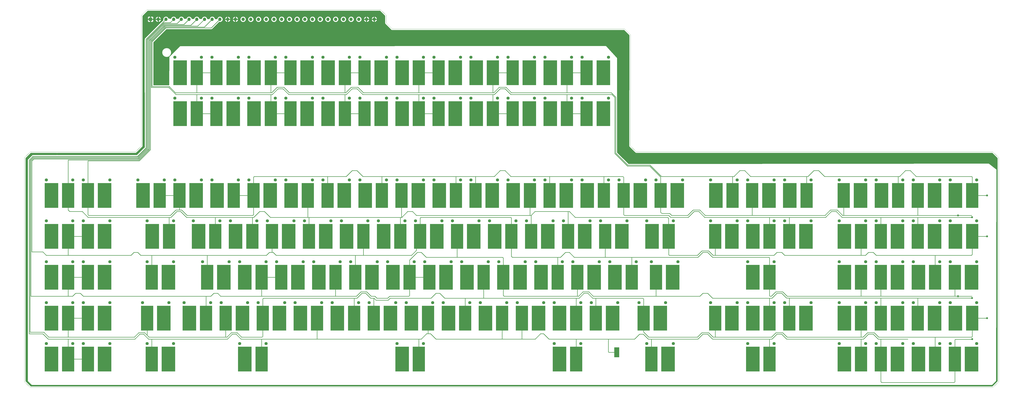
<source format=gbr>
%TF.GenerationSoftware,KiCad,Pcbnew,(5.1.9-0-10_14)*%
%TF.CreationDate,2021-02-25T21:43:52+01:00*%
%TF.ProjectId,mtf122,6d746631-3232-42e6-9b69-6361645f7063,rev?*%
%TF.SameCoordinates,PXe1237f8PYe7db780*%
%TF.FileFunction,Copper,L1,Top*%
%TF.FilePolarity,Positive*%
%FSLAX46Y46*%
G04 Gerber Fmt 4.6, Leading zero omitted, Abs format (unit mm)*
G04 Created by KiCad (PCBNEW (5.1.9-0-10_14)) date 2021-02-25 21:43:52*
%MOMM*%
%LPD*%
G01*
G04 APERTURE LIST*
%TA.AperFunction,Profile*%
%ADD10C,0.100000*%
%TD*%
%TA.AperFunction,SMDPad,CuDef*%
%ADD11R,6.985000X12.700000*%
%TD*%
%TA.AperFunction,SMDPad,CuDef*%
%ADD12R,6.350000X12.700000*%
%TD*%
%TA.AperFunction,SMDPad,CuDef*%
%ADD13C,1.588000*%
%TD*%
%TA.AperFunction,SMDPad,CuDef*%
%ADD14C,1.000000*%
%TD*%
%TA.AperFunction,SMDPad,CuDef*%
%ADD15R,2.540000X5.080000*%
%TD*%
%TA.AperFunction,ComponentPad*%
%ADD16O,1.700000X1.700000*%
%TD*%
%TA.AperFunction,ComponentPad*%
%ADD17R,1.700000X1.700000*%
%TD*%
%TA.AperFunction,Conductor*%
%ADD18C,0.750000*%
%TD*%
%TA.AperFunction,Conductor*%
%ADD19C,0.254000*%
%TD*%
%TA.AperFunction,Conductor*%
%ADD20C,0.250000*%
%TD*%
%TA.AperFunction,Conductor*%
%ADD21C,0.150000*%
%TD*%
G04 APERTURE END LIST*
D10*
X119255000Y126830000D02*
X122255000Y123830000D01*
X-3065000Y129830000D02*
X-65000Y126830000D01*
X-6065000Y136800000D02*
X-3065000Y133800000D01*
X122255000Y123830000D02*
X122240000Y66785000D01*
X-125760000Y136785000D02*
X-6065000Y136800000D01*
X-65000Y126830000D02*
X119255000Y126830000D01*
X-3065000Y133800000D02*
X-3065000Y129830000D01*
X-131760000Y63785000D02*
X-128760000Y66785000D01*
X125240000Y63785000D02*
X122240000Y66785000D01*
X-128760000Y133785000D02*
X-125760000Y136785000D01*
X-128760000Y133785000D02*
X-128760000Y66785000D01*
X311240000Y60785000D02*
X308240000Y63785000D01*
X-188760000Y60785000D02*
X-185760000Y63785000D01*
X308240000Y-57215000D02*
X311240000Y-54215000D01*
X-185760000Y-57215000D02*
X-188760000Y-54215000D01*
X125240000Y63785000D02*
X308240000Y63785000D01*
X-188760000Y60785000D02*
X-188760000Y-54215000D01*
X-185760000Y-57215000D02*
X308240000Y-57215000D01*
X-185760000Y63785000D02*
X-131760000Y63785000D01*
X311240000Y60785000D02*
X311240000Y-54215000D01*
D11*
%TO.P,SW1,REF*%
%TO.N,Net-(SW1-PadREF)*%
X-108887500Y104350000D03*
D12*
%TO.P,SW1,ROW*%
%TO.N,ROW_8*%
X-100315000Y104350000D03*
D13*
%TO.P,SW1,B*%
%TO.N,Net-(SW1-PadB)*%
X-111554500Y112287000D03*
%TO.P,SW1,A*%
%TO.N,Net-(SW1-PadA)*%
X-97965500Y112287000D03*
%TD*%
D11*
%TO.P,SW3,REF*%
%TO.N,Net-(SW3-PadREF)*%
X-70887500Y104350000D03*
D12*
%TO.P,SW3,ROW*%
%TO.N,ROW_8*%
X-62315000Y104350000D03*
D13*
%TO.P,SW3,B*%
%TO.N,Net-(SW3-PadB)*%
X-73554500Y112287000D03*
%TO.P,SW3,A*%
%TO.N,Net-(SW3-PadA)*%
X-59965500Y112287000D03*
%TD*%
D11*
%TO.P,SW5,REF*%
%TO.N,Net-(SW5-PadREF)*%
X-32887500Y104350000D03*
D12*
%TO.P,SW5,ROW*%
%TO.N,ROW_8*%
X-24315000Y104350000D03*
D13*
%TO.P,SW5,B*%
%TO.N,Net-(SW5-PadB)*%
X-35554500Y112287000D03*
%TO.P,SW5,A*%
%TO.N,Net-(SW5-PadA)*%
X-21965500Y112287000D03*
%TD*%
D11*
%TO.P,SW7,REF*%
%TO.N,Net-(SW7-PadREF)*%
X5112500Y104350000D03*
D12*
%TO.P,SW7,ROW*%
%TO.N,ROW_8*%
X13685000Y104350000D03*
D13*
%TO.P,SW7,B*%
%TO.N,Net-(SW7-PadB)*%
X2445500Y112287000D03*
%TO.P,SW7,A*%
%TO.N,Net-(SW7-PadA)*%
X16034500Y112287000D03*
%TD*%
D11*
%TO.P,SW9,REF*%
%TO.N,Net-(SW9-PadREF)*%
X43112500Y104350000D03*
D12*
%TO.P,SW9,ROW*%
%TO.N,ROW_8*%
X51685000Y104350000D03*
D13*
%TO.P,SW9,B*%
%TO.N,Net-(SW9-PadB)*%
X40445500Y112287000D03*
%TO.P,SW9,A*%
%TO.N,Net-(SW9-PadA)*%
X54034500Y112287000D03*
%TD*%
D11*
%TO.P,SW11,REF*%
%TO.N,Net-(SW11-PadREF)*%
X81112500Y104350000D03*
D12*
%TO.P,SW11,ROW*%
%TO.N,ROW_8*%
X89685000Y104350000D03*
D13*
%TO.P,SW11,B*%
%TO.N,Net-(SW11-PadB)*%
X78445500Y112287000D03*
%TO.P,SW11,A*%
%TO.N,Net-(SW11-PadA)*%
X92034500Y112287000D03*
%TD*%
D11*
%TO.P,SW13,REF*%
%TO.N,Net-(SW13-PadREF)*%
X-108887500Y83350000D03*
D12*
%TO.P,SW13,ROW*%
%TO.N,ROW_7*%
X-100315000Y83350000D03*
D13*
%TO.P,SW13,B*%
%TO.N,Net-(SW13-PadB)*%
X-111554500Y91287000D03*
%TO.P,SW13,A*%
%TO.N,Net-(SW13-PadA)*%
X-97965500Y91287000D03*
%TD*%
D11*
%TO.P,SW15,REF*%
%TO.N,Net-(SW15-PadREF)*%
X-70887500Y83350000D03*
D12*
%TO.P,SW15,ROW*%
%TO.N,ROW_7*%
X-62315000Y83350000D03*
D13*
%TO.P,SW15,B*%
%TO.N,Net-(SW15-PadB)*%
X-73554500Y91287000D03*
%TO.P,SW15,A*%
%TO.N,Net-(SW15-PadA)*%
X-59965500Y91287000D03*
%TD*%
D11*
%TO.P,SW17,REF*%
%TO.N,Net-(SW17-PadREF)*%
X-32887500Y83350000D03*
D12*
%TO.P,SW17,ROW*%
%TO.N,ROW_7*%
X-24315000Y83350000D03*
D13*
%TO.P,SW17,B*%
%TO.N,Net-(SW17-PadB)*%
X-35554500Y91287000D03*
%TO.P,SW17,A*%
%TO.N,Net-(SW17-PadA)*%
X-21965500Y91287000D03*
%TD*%
D11*
%TO.P,SW19,REF*%
%TO.N,Net-(SW19-PadREF)*%
X5112500Y83350000D03*
D12*
%TO.P,SW19,ROW*%
%TO.N,ROW_7*%
X13685000Y83350000D03*
D13*
%TO.P,SW19,B*%
%TO.N,Net-(SW19-PadB)*%
X2445500Y91287000D03*
%TO.P,SW19,A*%
%TO.N,Net-(SW19-PadA)*%
X16034500Y91287000D03*
%TD*%
D11*
%TO.P,SW21,REF*%
%TO.N,Net-(SW21-PadREF)*%
X43112500Y83350000D03*
D12*
%TO.P,SW21,ROW*%
%TO.N,ROW_7*%
X51685000Y83350000D03*
D13*
%TO.P,SW21,B*%
%TO.N,Net-(SW21-PadB)*%
X40445500Y91287000D03*
%TO.P,SW21,A*%
%TO.N,Net-(SW21-PadA)*%
X54034500Y91287000D03*
%TD*%
D11*
%TO.P,SW23,REF*%
%TO.N,Net-(SW23-PadREF)*%
X81112500Y83350000D03*
D12*
%TO.P,SW23,ROW*%
%TO.N,ROW_7*%
X89685000Y83350000D03*
D13*
%TO.P,SW23,B*%
%TO.N,Net-(SW23-PadB)*%
X78445500Y91287000D03*
%TO.P,SW23,A*%
%TO.N,Net-(SW23-PadA)*%
X92034500Y91287000D03*
%TD*%
D11*
%TO.P,SW25,REF*%
%TO.N,Net-(SW25-PadREF)*%
X-174887500Y41350000D03*
D12*
%TO.P,SW25,ROW*%
%TO.N,ROW_5*%
X-166315000Y41350000D03*
D13*
%TO.P,SW25,B*%
%TO.N,Net-(SW25-PadB)*%
X-177554500Y49287000D03*
%TO.P,SW25,A*%
%TO.N,Net-(SW25-PadA)*%
X-163965500Y49287000D03*
%TD*%
D11*
%TO.P,SW27,REF*%
%TO.N,Net-(SW27-PadREF)*%
X-127887500Y41350000D03*
D12*
%TO.P,SW27,ROW*%
%TO.N,ROW_6*%
X-119315000Y41350000D03*
D13*
%TO.P,SW27,B*%
%TO.N,Net-(SW27-PadB)*%
X-130554500Y49287000D03*
%TO.P,SW27,A*%
%TO.N,Net-(SW27-PadA)*%
X-116965500Y49287000D03*
%TD*%
D11*
%TO.P,SW29,REF*%
%TO.N,Net-(SW29-PadREF)*%
X-89887500Y41350000D03*
D12*
%TO.P,SW29,ROW*%
%TO.N,ROW_6*%
X-81315000Y41350000D03*
D13*
%TO.P,SW29,B*%
%TO.N,Net-(SW29-PadB)*%
X-92554500Y49287000D03*
%TO.P,SW29,A*%
%TO.N,Net-(SW29-PadA)*%
X-78965500Y49287000D03*
%TD*%
D11*
%TO.P,SW31,REF*%
%TO.N,Net-(SW31-PadREF)*%
X-51887500Y41350000D03*
D12*
%TO.P,SW31,ROW*%
%TO.N,ROW_5*%
X-43315000Y41350000D03*
D13*
%TO.P,SW31,B*%
%TO.N,Net-(SW31-PadB)*%
X-54554500Y49287000D03*
%TO.P,SW31,A*%
%TO.N,Net-(SW31-PadA)*%
X-40965500Y49287000D03*
%TD*%
D11*
%TO.P,SW33,REF*%
%TO.N,Net-(SW33-PadREF)*%
X-13887500Y41350000D03*
D12*
%TO.P,SW33,ROW*%
%TO.N,ROW_6*%
X-5315000Y41350000D03*
D13*
%TO.P,SW33,B*%
%TO.N,Net-(SW33-PadB)*%
X-16554500Y49287000D03*
%TO.P,SW33,A*%
%TO.N,Net-(SW33-PadA)*%
X-2965500Y49287000D03*
%TD*%
D11*
%TO.P,SW35,REF*%
%TO.N,Net-(SW35-PadREF)*%
X24112500Y41350000D03*
D12*
%TO.P,SW35,ROW*%
%TO.N,ROW_6*%
X32685000Y41350000D03*
D13*
%TO.P,SW35,B*%
%TO.N,Net-(SW35-PadB)*%
X21445500Y49287000D03*
%TO.P,SW35,A*%
%TO.N,Net-(SW35-PadA)*%
X35034500Y49287000D03*
%TD*%
D11*
%TO.P,SW37,REF*%
%TO.N,Net-(SW37-PadREF)*%
X62112500Y41350000D03*
D12*
%TO.P,SW37,ROW*%
%TO.N,ROW_5*%
X70685000Y41350000D03*
D13*
%TO.P,SW37,B*%
%TO.N,Net-(SW37-PadB)*%
X59445500Y49287000D03*
%TO.P,SW37,A*%
%TO.N,Net-(SW37-PadA)*%
X73034500Y49287000D03*
%TD*%
D11*
%TO.P,SW39,REF*%
%TO.N,Net-(SW39-PadREF)*%
X100112500Y41350000D03*
D12*
%TO.P,SW39,ROW*%
%TO.N,ROW_6*%
X108685000Y41350000D03*
D13*
%TO.P,SW39,B*%
%TO.N,Net-(SW39-PadB)*%
X97445500Y49287000D03*
%TO.P,SW39,A*%
%TO.N,Net-(SW39-PadA)*%
X111034500Y49287000D03*
%TD*%
D11*
%TO.P,SW42,REF*%
%TO.N,Net-(SW42-PadREF)*%
X166112500Y41350000D03*
D12*
%TO.P,SW42,ROW*%
%TO.N,ROW_8*%
X174685000Y41350000D03*
D13*
%TO.P,SW42,B*%
%TO.N,Net-(SW42-PadB)*%
X163445500Y49287000D03*
%TO.P,SW42,A*%
%TO.N,Net-(SW42-PadA)*%
X177034500Y49287000D03*
%TD*%
D11*
%TO.P,SW44,REF*%
%TO.N,Net-(SW44-PadREF)*%
X204112500Y41350000D03*
D12*
%TO.P,SW44,ROW*%
%TO.N,ROW_8*%
X212685000Y41350000D03*
D13*
%TO.P,SW44,B*%
%TO.N,Net-(SW44-PadB)*%
X201445500Y49287000D03*
%TO.P,SW44,A*%
%TO.N,Net-(SW44-PadA)*%
X215034500Y49287000D03*
%TD*%
D11*
%TO.P,SW46,REF*%
%TO.N,Net-(SW46-PadREF)*%
X251112500Y41350000D03*
D12*
%TO.P,SW46,ROW*%
%TO.N,ROW_8*%
X259685000Y41350000D03*
D13*
%TO.P,SW46,B*%
%TO.N,Net-(SW46-PadB)*%
X248445500Y49287000D03*
%TO.P,SW46,A*%
%TO.N,Net-(SW46-PadA)*%
X262034500Y49287000D03*
%TD*%
D11*
%TO.P,SW48,REF*%
%TO.N,Net-(SW48-PadREF)*%
X289112500Y41350000D03*
D12*
%TO.P,SW48,ROW*%
%TO.N,ROW_8*%
X297685000Y41350000D03*
D13*
%TO.P,SW48,B*%
%TO.N,Net-(SW48-PadB)*%
X286445500Y49287000D03*
%TO.P,SW48,A*%
%TO.N,Net-(SW48-PadA)*%
X300034500Y49287000D03*
%TD*%
D11*
%TO.P,SW49,REF*%
%TO.N,Net-(SW49-PadREF)*%
X-174887500Y20350000D03*
D12*
%TO.P,SW49,ROW*%
%TO.N,ROW_4*%
X-166315000Y20350000D03*
D13*
%TO.P,SW49,B*%
%TO.N,Net-(SW49-PadB)*%
X-177554500Y28287000D03*
%TO.P,SW49,A*%
%TO.N,Net-(SW49-PadA)*%
X-163965500Y28287000D03*
%TD*%
D11*
%TO.P,SW51,REF*%
%TO.N,Net-(SW51-PadREF)*%
X-123137500Y20350000D03*
D12*
%TO.P,SW51,ROW*%
%TO.N,ROW_5*%
X-114565000Y20350000D03*
D13*
%TO.P,SW51,B*%
%TO.N,Net-(SW51-PadB)*%
X-125804500Y28287000D03*
%TO.P,SW51,A*%
%TO.N,Net-(SW51-PadA)*%
X-112215500Y28287000D03*
%TD*%
D11*
%TO.P,SW52,REF*%
%TO.N,Net-(SW52-PadREF)*%
X-99387500Y20350000D03*
D12*
%TO.P,SW52,ROW*%
%TO.N,ROW_5*%
X-90815000Y20350000D03*
D13*
%TO.P,SW52,B*%
%TO.N,Net-(SW52-PadB)*%
X-102054500Y28287000D03*
%TO.P,SW52,A*%
%TO.N,Net-(SW52-PadA)*%
X-88465500Y28287000D03*
%TD*%
D11*
%TO.P,SW53,REF*%
%TO.N,Net-(SW53-PadREF)*%
X-80387500Y20350000D03*
D12*
%TO.P,SW53,ROW*%
%TO.N,ROW_5*%
X-71815000Y20350000D03*
D13*
%TO.P,SW53,B*%
%TO.N,Net-(SW53-PadB)*%
X-83054500Y28287000D03*
%TO.P,SW53,A*%
%TO.N,Net-(SW53-PadA)*%
X-69465500Y28287000D03*
%TD*%
D11*
%TO.P,SW56,REF*%
%TO.N,Net-(SW56-PadREF)*%
X-23387500Y20350000D03*
D12*
%TO.P,SW56,ROW*%
%TO.N,ROW_4*%
X-14815000Y20350000D03*
D13*
%TO.P,SW56,B*%
%TO.N,Net-(SW56-PadB)*%
X-26054500Y28287000D03*
%TO.P,SW56,A*%
%TO.N,Net-(SW56-PadA)*%
X-12465500Y28287000D03*
%TD*%
D11*
%TO.P,SW57,REF*%
%TO.N,Net-(SW57-PadREF)*%
X-4387500Y20350000D03*
D12*
%TO.P,SW57,ROW*%
%TO.N,ROW_5*%
X4185000Y20350000D03*
D13*
%TO.P,SW57,B*%
%TO.N,Net-(SW57-PadB)*%
X-7054500Y28287000D03*
%TO.P,SW57,A*%
%TO.N,Net-(SW57-PadA)*%
X6534500Y28287000D03*
%TD*%
D11*
%TO.P,SW60,REF*%
%TO.N,Net-(SW60-PadREF)*%
X52612500Y20350000D03*
D12*
%TO.P,SW60,ROW*%
%TO.N,ROW_4*%
X61185000Y20350000D03*
D13*
%TO.P,SW60,B*%
%TO.N,Net-(SW60-PadB)*%
X49945500Y28287000D03*
%TO.P,SW60,A*%
%TO.N,Net-(SW60-PadA)*%
X63534500Y28287000D03*
%TD*%
D11*
%TO.P,SW64,REF*%
%TO.N,Net-(SW64-PadREF)*%
X133362500Y20350000D03*
D12*
%TO.P,SW64,ROW*%
%TO.N,ROW_5*%
X141935000Y20350000D03*
D13*
%TO.P,SW64,B*%
%TO.N,Net-(SW64-PadB)*%
X130695500Y28287000D03*
%TO.P,SW64,A*%
%TO.N,Net-(SW64-PadA)*%
X144284500Y28287000D03*
%TD*%
D11*
%TO.P,SW66,REF*%
%TO.N,Net-(SW66-PadREF)*%
X185112500Y20350000D03*
D12*
%TO.P,SW66,ROW*%
%TO.N,ROW_6*%
X193685000Y20350000D03*
D13*
%TO.P,SW66,B*%
%TO.N,Net-(SW66-PadB)*%
X182445500Y28287000D03*
%TO.P,SW66,A*%
%TO.N,Net-(SW66-PadA)*%
X196034500Y28287000D03*
%TD*%
D11*
%TO.P,SW68,REF*%
%TO.N,Net-(SW68-PadREF)*%
X232112500Y20350000D03*
D12*
%TO.P,SW68,ROW*%
%TO.N,ROW_5*%
X240685000Y20350000D03*
D13*
%TO.P,SW68,B*%
%TO.N,Net-(SW68-PadB)*%
X229445500Y28287000D03*
%TO.P,SW68,A*%
%TO.N,Net-(SW68-PadA)*%
X243034500Y28287000D03*
%TD*%
D11*
%TO.P,SW71,REF*%
%TO.N,Net-(SW71-PadREF)*%
X289112500Y20350000D03*
D12*
%TO.P,SW71,ROW*%
%TO.N,ROW_5*%
X297685000Y20350000D03*
D13*
%TO.P,SW71,B*%
%TO.N,Net-(SW71-PadB)*%
X286445500Y28287000D03*
%TO.P,SW71,A*%
%TO.N,Net-(SW71-PadA)*%
X300034500Y28287000D03*
%TD*%
D11*
%TO.P,SW72,REF*%
%TO.N,Net-(SW72-PadREF)*%
X-174887500Y-650000D03*
D12*
%TO.P,SW72,ROW*%
%TO.N,ROW_3*%
X-166315000Y-650000D03*
D13*
%TO.P,SW72,B*%
%TO.N,Net-(SW72-PadB)*%
X-177554500Y7287000D03*
%TO.P,SW72,A*%
%TO.N,Net-(SW72-PadA)*%
X-163965500Y7287000D03*
%TD*%
D11*
%TO.P,SW76,REF*%
%TO.N,Net-(SW76-PadREF)*%
X-75637500Y-650000D03*
D12*
%TO.P,SW76,ROW*%
%TO.N,ROW_3*%
X-67065000Y-650000D03*
D13*
%TO.P,SW76,B*%
%TO.N,Net-(SW76-PadB)*%
X-78304500Y7287000D03*
%TO.P,SW76,A*%
%TO.N,Net-(SW76-PadA)*%
X-64715500Y7287000D03*
%TD*%
D11*
%TO.P,SW78,REF*%
%TO.N,Net-(SW78-PadREF)*%
X-37637500Y-650000D03*
D12*
%TO.P,SW78,ROW*%
%TO.N,ROW_3*%
X-29065000Y-650000D03*
D13*
%TO.P,SW78,B*%
%TO.N,Net-(SW78-PadB)*%
X-40304500Y7287000D03*
%TO.P,SW78,A*%
%TO.N,Net-(SW78-PadA)*%
X-26715500Y7287000D03*
%TD*%
D11*
%TO.P,SW80,REF*%
%TO.N,Net-(SW80-PadREF)*%
X362500Y-650000D03*
D12*
%TO.P,SW80,ROW*%
%TO.N,ROW_3*%
X8935000Y-650000D03*
D13*
%TO.P,SW80,B*%
%TO.N,Net-(SW80-PadB)*%
X-2304500Y7287000D03*
%TO.P,SW80,A*%
%TO.N,Net-(SW80-PadA)*%
X11284500Y7287000D03*
%TD*%
D11*
%TO.P,SW82,REF*%
%TO.N,Net-(SW82-PadREF)*%
X38362500Y-650000D03*
D12*
%TO.P,SW82,ROW*%
%TO.N,ROW_2*%
X46935000Y-650000D03*
D13*
%TO.P,SW82,B*%
%TO.N,Net-(SW82-PadB)*%
X35695500Y7287000D03*
%TO.P,SW82,A*%
%TO.N,Net-(SW82-PadA)*%
X49284500Y7287000D03*
%TD*%
D11*
%TO.P,SW84,REF*%
%TO.N,Net-(SW84-PadREF)*%
X76362500Y-650000D03*
D12*
%TO.P,SW84,ROW*%
%TO.N,ROW_4*%
X84935000Y-650000D03*
D13*
%TO.P,SW84,B*%
%TO.N,Net-(SW84-PadB)*%
X73695500Y7287000D03*
%TO.P,SW84,A*%
%TO.N,Net-(SW84-PadA)*%
X87284500Y7287000D03*
%TD*%
D11*
%TO.P,SW86,REF*%
%TO.N,Net-(SW86-PadREF)*%
X114362500Y-650000D03*
D12*
%TO.P,SW86,ROW*%
%TO.N,ROW_4*%
X122935000Y-650000D03*
D13*
%TO.P,SW86,B*%
%TO.N,Net-(SW86-PadB)*%
X111695500Y7287000D03*
%TO.P,SW86,A*%
%TO.N,Net-(SW86-PadA)*%
X125284500Y7287000D03*
%TD*%
D11*
%TO.P,SW88,REF*%
%TO.N,Net-(SW88-PadREF)*%
X185112500Y-650000D03*
D12*
%TO.P,SW88,ROW*%
%TO.N,ROW_4*%
X193685000Y-650000D03*
D13*
%TO.P,SW88,B*%
%TO.N,Net-(SW88-PadB)*%
X182445500Y7287000D03*
%TO.P,SW88,A*%
%TO.N,Net-(SW88-PadA)*%
X196034500Y7287000D03*
%TD*%
D11*
%TO.P,SW89,REF*%
%TO.N,Net-(SW89-PadREF)*%
X232112500Y-650000D03*
D12*
%TO.P,SW89,ROW*%
%TO.N,ROW_4*%
X240685000Y-650000D03*
D13*
%TO.P,SW89,B*%
%TO.N,Net-(SW89-PadB)*%
X229445500Y7287000D03*
%TO.P,SW89,A*%
%TO.N,Net-(SW89-PadA)*%
X243034500Y7287000D03*
%TD*%
D11*
%TO.P,SW91,REF*%
%TO.N,Net-(SW91-PadREF)*%
X270112500Y-650000D03*
D12*
%TO.P,SW91,ROW*%
%TO.N,ROW_5*%
X278685000Y-650000D03*
D13*
%TO.P,SW91,B*%
%TO.N,Net-(SW91-PadB)*%
X267445500Y7287000D03*
%TO.P,SW91,A*%
%TO.N,Net-(SW91-PadA)*%
X281034500Y7287000D03*
%TD*%
D11*
%TO.P,SW93,REF*%
%TO.N,Net-(SW93-PadREF)*%
X-174887500Y-21650000D03*
D12*
%TO.P,SW93,ROW*%
%TO.N,ROW_2*%
X-166315000Y-21650000D03*
D13*
%TO.P,SW93,B*%
%TO.N,Net-(SW93-PadB)*%
X-177554500Y-13713000D03*
%TO.P,SW93,A*%
%TO.N,Net-(SW93-PadA)*%
X-163965500Y-13713000D03*
%TD*%
D11*
%TO.P,SW96,REF*%
%TO.N,Net-(SW96-PadREF)*%
X-104137500Y-21650000D03*
D12*
%TO.P,SW96,ROW*%
%TO.N,ROW_3*%
X-95565000Y-21650000D03*
D13*
%TO.P,SW96,B*%
%TO.N,Net-(SW96-PadB)*%
X-106804500Y-13713000D03*
%TO.P,SW96,A*%
%TO.N,Net-(SW96-PadA)*%
X-93215500Y-13713000D03*
%TD*%
D11*
%TO.P,SW99,REF*%
%TO.N,Net-(SW99-PadREF)*%
X-47137500Y-21650000D03*
D12*
%TO.P,SW99,ROW*%
%TO.N,ROW_1*%
X-38565000Y-21650000D03*
D13*
%TO.P,SW99,B*%
%TO.N,Net-(SW99-PadB)*%
X-49804500Y-13713000D03*
%TO.P,SW99,A*%
%TO.N,Net-(SW99-PadA)*%
X-36215500Y-13713000D03*
%TD*%
D11*
%TO.P,SW100,REF*%
%TO.N,Net-(SW100-PadREF)*%
X-28137500Y-21650000D03*
D12*
%TO.P,SW100,ROW*%
%TO.N,ROW_2*%
X-19565000Y-21650000D03*
D13*
%TO.P,SW100,B*%
%TO.N,Net-(SW100-PadB)*%
X-30804500Y-13713000D03*
%TO.P,SW100,A*%
%TO.N,Net-(SW100-PadA)*%
X-17215500Y-13713000D03*
%TD*%
D11*
%TO.P,SW102,REF*%
%TO.N,Net-(SW102-PadREF)*%
X9862500Y-21650000D03*
D12*
%TO.P,SW102,ROW*%
%TO.N,ROW_1*%
X18435000Y-21650000D03*
D13*
%TO.P,SW102,B*%
%TO.N,Net-(SW102-PadB)*%
X7195500Y-13713000D03*
%TO.P,SW102,A*%
%TO.N,Net-(SW102-PadA)*%
X20784500Y-13713000D03*
%TD*%
D11*
%TO.P,SW103,REF*%
%TO.N,Net-(SW103-PadREF)*%
X28862500Y-21650000D03*
D12*
%TO.P,SW103,ROW*%
%TO.N,ROW_2*%
X37435000Y-21650000D03*
D13*
%TO.P,SW103,B*%
%TO.N,Net-(SW103-PadB)*%
X26195500Y-13713000D03*
%TO.P,SW103,A*%
%TO.N,Net-(SW103-PadA)*%
X39784500Y-13713000D03*
%TD*%
D11*
%TO.P,SW104,REF*%
%TO.N,Net-(SW104-PadREF)*%
X47862500Y-21650000D03*
D12*
%TO.P,SW104,ROW*%
%TO.N,ROW_1*%
X56435000Y-21650000D03*
D13*
%TO.P,SW104,B*%
%TO.N,Net-(SW104-PadB)*%
X45195500Y-13713000D03*
%TO.P,SW104,A*%
%TO.N,Net-(SW104-PadA)*%
X58784500Y-13713000D03*
%TD*%
D11*
%TO.P,SW106,REF*%
%TO.N,Net-(SW106-PadREF)*%
X85862500Y-21650000D03*
D12*
%TO.P,SW106,ROW*%
%TO.N,ROW_2*%
X94435000Y-21650000D03*
D13*
%TO.P,SW106,B*%
%TO.N,Net-(SW106-PadB)*%
X83195500Y-13713000D03*
%TO.P,SW106,A*%
%TO.N,Net-(SW106-PadA)*%
X96784500Y-13713000D03*
%TD*%
D11*
%TO.P,SW110,REF*%
%TO.N,Net-(SW110-PadREF)*%
X185112500Y-21650000D03*
D12*
%TO.P,SW110,ROW*%
%TO.N,ROW_3*%
X193685000Y-21650000D03*
D13*
%TO.P,SW110,B*%
%TO.N,Net-(SW110-PadB)*%
X182445500Y-13713000D03*
%TO.P,SW110,A*%
%TO.N,Net-(SW110-PadA)*%
X196034500Y-13713000D03*
%TD*%
D11*
%TO.P,SW112,REF*%
%TO.N,Net-(SW112-PadREF)*%
X232112500Y-21650000D03*
D12*
%TO.P,SW112,ROW*%
%TO.N,ROW_2*%
X240685000Y-21650000D03*
D13*
%TO.P,SW112,B*%
%TO.N,Net-(SW112-PadB)*%
X229445500Y-13713000D03*
%TO.P,SW112,A*%
%TO.N,Net-(SW112-PadA)*%
X243034500Y-13713000D03*
%TD*%
D11*
%TO.P,SW115,REF*%
%TO.N,Net-(SW115-PadREF)*%
X289112500Y-21650000D03*
D12*
%TO.P,SW115,ROW*%
%TO.N,ROW_2*%
X297685000Y-21650000D03*
D13*
%TO.P,SW115,B*%
%TO.N,Net-(SW115-PadB)*%
X286445500Y-13713000D03*
%TO.P,SW115,A*%
%TO.N,Net-(SW115-PadA)*%
X300034500Y-13713000D03*
%TD*%
D11*
%TO.P,SW116,REF*%
%TO.N,Net-(SW116-PadREF)*%
X-174887500Y-42650000D03*
D12*
%TO.P,SW116,ROW*%
%TO.N,ROW_1*%
X-166315000Y-42650000D03*
D13*
%TO.P,SW116,B*%
%TO.N,Net-(SW116-PadB)*%
X-177554500Y-34713000D03*
%TO.P,SW116,A*%
%TO.N,Net-(SW116-PadA)*%
X-163965500Y-34713000D03*
%TD*%
D11*
%TO.P,SW119,REF*%
%TO.N,Net-(SW119-PadREF)*%
X-75637500Y-42650000D03*
D12*
%TO.P,SW119,ROW*%
%TO.N,ROW_1*%
X-67065000Y-42650000D03*
D13*
%TO.P,SW119,B*%
%TO.N,Net-(SW119-PadB)*%
X-78304500Y-34713000D03*
%TO.P,SW119,A*%
%TO.N,Net-(SW119-PadA)*%
X-64715500Y-34713000D03*
%TD*%
D11*
%TO.P,SW120,REF*%
%TO.N,Net-(SW120-PadREF)*%
X5112500Y-42650000D03*
D12*
%TO.P,SW120,ROW*%
%TO.N,ROW_1*%
X13685000Y-42650000D03*
D13*
%TO.P,SW120,B*%
%TO.N,Net-(SW120-PadB)*%
X2445500Y-34713000D03*
%TO.P,SW120,A*%
%TO.N,Net-(SW120-PadA)*%
X16034500Y-34713000D03*
%TD*%
D11*
%TO.P,SW121,REF*%
%TO.N,Net-(SW121-PadREF)*%
X85862500Y-42650000D03*
D12*
%TO.P,SW121,ROW*%
%TO.N,ROW_1*%
X94435000Y-42650000D03*
D13*
%TO.P,SW121,B*%
%TO.N,Net-(SW121-PadB)*%
X83195500Y-34713000D03*
%TO.P,SW121,A*%
%TO.N,Net-(SW121-PadA)*%
X96784500Y-34713000D03*
%TD*%
D11*
%TO.P,SW123,REF*%
%TO.N,Net-(SW123-PadREF)*%
X185112500Y-42650000D03*
D12*
%TO.P,SW123,ROW*%
%TO.N,ROW_1*%
X193685000Y-42650000D03*
D13*
%TO.P,SW123,B*%
%TO.N,Net-(SW123-PadB)*%
X182445500Y-34713000D03*
%TO.P,SW123,A*%
%TO.N,Net-(SW123-PadA)*%
X196034500Y-34713000D03*
%TD*%
D11*
%TO.P,SW124,REF*%
%TO.N,Net-(SW124-PadREF)*%
X232112500Y-42650000D03*
D12*
%TO.P,SW124,ROW*%
%TO.N,ROW_1*%
X240685000Y-42650000D03*
D13*
%TO.P,SW124,B*%
%TO.N,Net-(SW124-PadB)*%
X229445500Y-34713000D03*
%TO.P,SW124,A*%
%TO.N,Net-(SW124-PadA)*%
X243034500Y-34713000D03*
%TD*%
D11*
%TO.P,SW126,REF*%
%TO.N,Net-(SW126-PadREF)*%
X270112500Y-42650000D03*
D12*
%TO.P,SW126,ROW*%
%TO.N,ROW_2*%
X278685000Y-42650000D03*
D13*
%TO.P,SW126,B*%
%TO.N,Net-(SW126-PadB)*%
X267445500Y-34713000D03*
%TO.P,SW126,A*%
%TO.N,Net-(SW126-PadA)*%
X281034500Y-34713000D03*
%TD*%
%TO.P,SW20,A*%
%TO.N,Net-(SW20-PadA)*%
X21445500Y91287000D03*
%TO.P,SW20,B*%
%TO.N,Net-(SW20-PadB)*%
X35034500Y91287000D03*
D12*
%TO.P,SW20,ROW*%
%TO.N,ROW_7*%
X23795000Y83350000D03*
D11*
%TO.P,SW20,REF*%
%TO.N,Net-(SW20-PadREF)*%
X32367500Y83350000D03*
%TD*%
D13*
%TO.P,SW8,A*%
%TO.N,Net-(SW8-PadA)*%
X21445500Y112287000D03*
%TO.P,SW8,B*%
%TO.N,Net-(SW8-PadB)*%
X35034500Y112287000D03*
D12*
%TO.P,SW8,ROW*%
%TO.N,ROW_8*%
X23795000Y104350000D03*
D11*
%TO.P,SW8,REF*%
%TO.N,Net-(SW8-PadREF)*%
X32367500Y104350000D03*
%TD*%
D13*
%TO.P,SW10,A*%
%TO.N,Net-(SW10-PadA)*%
X59445500Y112287000D03*
%TO.P,SW10,B*%
%TO.N,Net-(SW10-PadB)*%
X73034500Y112287000D03*
D12*
%TO.P,SW10,ROW*%
%TO.N,ROW_8*%
X61795000Y104350000D03*
D11*
%TO.P,SW10,REF*%
%TO.N,Net-(SW10-PadREF)*%
X70367500Y104350000D03*
%TD*%
D13*
%TO.P,SW6,A*%
%TO.N,Net-(SW6-PadA)*%
X-16554500Y112287000D03*
%TO.P,SW6,B*%
%TO.N,Net-(SW6-PadB)*%
X-2965500Y112287000D03*
D12*
%TO.P,SW6,ROW*%
%TO.N,ROW_8*%
X-14205000Y104350000D03*
D11*
%TO.P,SW6,REF*%
%TO.N,Net-(SW6-PadREF)*%
X-5632500Y104350000D03*
%TD*%
D13*
%TO.P,SW22,A*%
%TO.N,Net-(SW22-PadA)*%
X59445500Y91287000D03*
%TO.P,SW22,B*%
%TO.N,Net-(SW22-PadB)*%
X73034500Y91287000D03*
D12*
%TO.P,SW22,ROW*%
%TO.N,ROW_7*%
X61795000Y83350000D03*
D11*
%TO.P,SW22,REF*%
%TO.N,Net-(SW22-PadREF)*%
X70367500Y83350000D03*
%TD*%
D13*
%TO.P,SW24,A*%
%TO.N,Net-(SW24-PadA)*%
X97445500Y91287000D03*
%TO.P,SW24,B*%
%TO.N,Net-(SW24-PadB)*%
X111034500Y91287000D03*
D12*
%TO.P,SW24,ROW*%
%TO.N,ROW_7*%
X99795000Y83350000D03*
D11*
%TO.P,SW24,REF*%
%TO.N,Net-(SW24-PadREF)*%
X108367500Y83350000D03*
%TD*%
D13*
%TO.P,SW18,A*%
%TO.N,Net-(SW18-PadA)*%
X-16554500Y91287000D03*
%TO.P,SW18,B*%
%TO.N,Net-(SW18-PadB)*%
X-2965500Y91287000D03*
D12*
%TO.P,SW18,ROW*%
%TO.N,ROW_7*%
X-14205000Y83350000D03*
D11*
%TO.P,SW18,REF*%
%TO.N,Net-(SW18-PadREF)*%
X-5632500Y83350000D03*
%TD*%
D13*
%TO.P,SW2,A*%
%TO.N,Net-(SW2-PadA)*%
X-92554500Y112287000D03*
%TO.P,SW2,B*%
%TO.N,Net-(SW2-PadB)*%
X-78965500Y112287000D03*
D12*
%TO.P,SW2,ROW*%
%TO.N,ROW_8*%
X-90205000Y104350000D03*
D11*
%TO.P,SW2,REF*%
%TO.N,Net-(SW2-PadREF)*%
X-81632500Y104350000D03*
%TD*%
D13*
%TO.P,SW16,A*%
%TO.N,Net-(SW16-PadA)*%
X-54554500Y91287000D03*
%TO.P,SW16,B*%
%TO.N,Net-(SW16-PadB)*%
X-40965500Y91287000D03*
D12*
%TO.P,SW16,ROW*%
%TO.N,ROW_7*%
X-52205000Y83350000D03*
D11*
%TO.P,SW16,REF*%
%TO.N,Net-(SW16-PadREF)*%
X-43632500Y83350000D03*
%TD*%
D13*
%TO.P,SW4,A*%
%TO.N,Net-(SW4-PadA)*%
X-54554500Y112287000D03*
%TO.P,SW4,B*%
%TO.N,Net-(SW4-PadB)*%
X-40965500Y112287000D03*
D12*
%TO.P,SW4,ROW*%
%TO.N,ROW_8*%
X-52205000Y104350000D03*
D11*
%TO.P,SW4,REF*%
%TO.N,Net-(SW4-PadREF)*%
X-43632500Y104350000D03*
%TD*%
D13*
%TO.P,SW12,A*%
%TO.N,Net-(SW12-PadA)*%
X97445500Y112287000D03*
%TO.P,SW12,B*%
%TO.N,Net-(SW12-PadB)*%
X111034500Y112287000D03*
D12*
%TO.P,SW12,ROW*%
%TO.N,ROW_8*%
X99795000Y104350000D03*
D11*
%TO.P,SW12,REF*%
%TO.N,Net-(SW12-PadREF)*%
X108367500Y104350000D03*
%TD*%
D13*
%TO.P,SW14,A*%
%TO.N,Net-(SW14-PadA)*%
X-92554500Y91287000D03*
%TO.P,SW14,B*%
%TO.N,Net-(SW14-PadB)*%
X-78965500Y91287000D03*
D12*
%TO.P,SW14,ROW*%
%TO.N,ROW_7*%
X-90205000Y83350000D03*
D11*
%TO.P,SW14,REF*%
%TO.N,Net-(SW14-PadREF)*%
X-81632500Y83350000D03*
%TD*%
D13*
%TO.P,SW127,A*%
%TO.N,Net-(SW127-PadA)*%
X286445500Y-34713000D03*
%TO.P,SW127,B*%
%TO.N,Net-(SW127-PadB)*%
X300034500Y-34713000D03*
D12*
%TO.P,SW127,ROW*%
%TO.N,ROW_1*%
X288795000Y-42650000D03*
D11*
%TO.P,SW127,REF*%
%TO.N,Net-(SW127-PadREF)*%
X297367500Y-42650000D03*
%TD*%
D13*
%TO.P,SW125,A*%
%TO.N,Net-(SW125-PadA)*%
X248445500Y-34713000D03*
%TO.P,SW125,B*%
%TO.N,Net-(SW125-PadB)*%
X262034500Y-34713000D03*
D12*
%TO.P,SW125,ROW*%
%TO.N,ROW_1*%
X250795000Y-42650000D03*
D11*
%TO.P,SW125,REF*%
%TO.N,Net-(SW125-PadREF)*%
X259367500Y-42650000D03*
%TD*%
D13*
%TO.P,SW122,A*%
%TO.N,Net-(SW122-PadA)*%
X130695500Y-34713000D03*
%TO.P,SW122,B*%
%TO.N,Net-(SW122-PadB)*%
X144284500Y-34713000D03*
D12*
%TO.P,SW122,ROW*%
%TO.N,ROW_1*%
X133045000Y-42650000D03*
D11*
%TO.P,SW122,REF*%
%TO.N,Net-(SW122-PadREF)*%
X141617500Y-42650000D03*
%TD*%
D13*
%TO.P,SW118,A*%
%TO.N,Net-(SW118-PadA)*%
X-125804500Y-34713000D03*
%TO.P,SW118,B*%
%TO.N,Net-(SW118-PadB)*%
X-112215500Y-34713000D03*
D12*
%TO.P,SW118,ROW*%
%TO.N,ROW_1*%
X-123455000Y-42650000D03*
D11*
%TO.P,SW118,REF*%
%TO.N,Net-(SW118-PadREF)*%
X-114882500Y-42650000D03*
%TD*%
D13*
%TO.P,SW117,A*%
%TO.N,Net-(SW117-PadA)*%
X-158554500Y-34713000D03*
%TO.P,SW117,B*%
%TO.N,Net-(SW117-PadB)*%
X-144965500Y-34713000D03*
D12*
%TO.P,SW117,ROW*%
%TO.N,ROW_1*%
X-156205000Y-42650000D03*
D11*
%TO.P,SW117,REF*%
%TO.N,Net-(SW117-PadREF)*%
X-147632500Y-42650000D03*
%TD*%
D13*
%TO.P,SW114,A*%
%TO.N,Net-(SW114-PadA)*%
X267445500Y-13713000D03*
%TO.P,SW114,B*%
%TO.N,Net-(SW114-PadB)*%
X281034500Y-13713000D03*
D12*
%TO.P,SW114,ROW*%
%TO.N,ROW_3*%
X269795000Y-21650000D03*
D11*
%TO.P,SW114,REF*%
%TO.N,Net-(SW114-PadREF)*%
X278367500Y-21650000D03*
%TD*%
D13*
%TO.P,SW113,A*%
%TO.N,Net-(SW113-PadA)*%
X248445500Y-13713000D03*
%TO.P,SW113,B*%
%TO.N,Net-(SW113-PadB)*%
X262034500Y-13713000D03*
D12*
%TO.P,SW113,ROW*%
%TO.N,ROW_3*%
X250795000Y-21650000D03*
D11*
%TO.P,SW113,REF*%
%TO.N,Net-(SW113-PadREF)*%
X259367500Y-21650000D03*
%TD*%
D13*
%TO.P,SW111,A*%
%TO.N,Net-(SW111-PadA)*%
X201445500Y-13713000D03*
%TO.P,SW111,B*%
%TO.N,Net-(SW111-PadB)*%
X215034500Y-13713000D03*
D12*
%TO.P,SW111,ROW*%
%TO.N,ROW_3*%
X203795000Y-21650000D03*
D11*
%TO.P,SW111,REF*%
%TO.N,Net-(SW111-PadREF)*%
X212367500Y-21650000D03*
%TD*%
D13*
%TO.P,SW109,A*%
%TO.N,Net-(SW109-PadA)*%
X163445500Y-13713000D03*
%TO.P,SW109,B*%
%TO.N,Net-(SW109-PadB)*%
X177034500Y-13713000D03*
D12*
%TO.P,SW109,ROW*%
%TO.N,ROW_2*%
X165795000Y-21650000D03*
D11*
%TO.P,SW109,REF*%
%TO.N,Net-(SW109-PadREF)*%
X174367500Y-21650000D03*
%TD*%
D13*
%TO.P,SW108,A*%
%TO.N,Net-(SW108-PadA)*%
X126695500Y-13713000D03*
%TO.P,SW108,B*%
%TO.N,Net-(SW108-PadB)*%
X140284500Y-13713000D03*
D12*
%TO.P,SW108,ROW*%
%TO.N,ROW_2*%
X129045000Y-21650000D03*
D11*
%TO.P,SW108,REF*%
%TO.N,Net-(SW108-PadREF)*%
X137617500Y-21650000D03*
%TD*%
D13*
%TO.P,SW107,A*%
%TO.N,Net-(SW107-PadA)*%
X102195500Y-13713000D03*
%TO.P,SW107,B*%
%TO.N,Net-(SW107-PadB)*%
X115784500Y-13713000D03*
D12*
%TO.P,SW107,ROW*%
%TO.N,ROW_2*%
X104545000Y-21650000D03*
D11*
%TO.P,SW107,REF*%
%TO.N,Net-(SW107-PadREF)*%
X113117500Y-21650000D03*
%TD*%
D13*
%TO.P,SW105,A*%
%TO.N,Net-(SW105-PadA)*%
X64195500Y-13713000D03*
%TO.P,SW105,B*%
%TO.N,Net-(SW105-PadB)*%
X77784500Y-13713000D03*
D12*
%TO.P,SW105,ROW*%
%TO.N,ROW_1*%
X66545000Y-21650000D03*
D11*
%TO.P,SW105,REF*%
%TO.N,Net-(SW105-PadREF)*%
X75117500Y-21650000D03*
%TD*%
D13*
%TO.P,SW101,A*%
%TO.N,Net-(SW101-PadA)*%
X-11804500Y-13713000D03*
%TO.P,SW101,B*%
%TO.N,Net-(SW101-PadB)*%
X1784500Y-13713000D03*
D12*
%TO.P,SW101,ROW*%
%TO.N,ROW_2*%
X-9455000Y-21650000D03*
D11*
%TO.P,SW101,REF*%
%TO.N,Net-(SW101-PadREF)*%
X-882500Y-21650000D03*
%TD*%
D13*
%TO.P,SW98,A*%
%TO.N,Net-(SW98-PadA)*%
X-68804500Y-13713000D03*
%TO.P,SW98,B*%
%TO.N,Net-(SW98-PadB)*%
X-55215500Y-13713000D03*
D12*
%TO.P,SW98,ROW*%
%TO.N,ROW_2*%
X-66455000Y-21650000D03*
D11*
%TO.P,SW98,REF*%
%TO.N,Net-(SW98-PadREF)*%
X-57882500Y-21650000D03*
%TD*%
D13*
%TO.P,SW97,A*%
%TO.N,Net-(SW97-PadA)*%
X-87804500Y-13713000D03*
%TO.P,SW97,B*%
%TO.N,Net-(SW97-PadB)*%
X-74215500Y-13713000D03*
D12*
%TO.P,SW97,ROW*%
%TO.N,ROW_2*%
X-85455000Y-21650000D03*
D11*
%TO.P,SW97,REF*%
%TO.N,Net-(SW97-PadREF)*%
X-76882500Y-21650000D03*
%TD*%
D13*
%TO.P,SW95,A*%
%TO.N,Net-(SW95-PadA)*%
X-128179500Y-13713000D03*
%TO.P,SW95,B*%
%TO.N,Net-(SW95-PadB)*%
X-114590500Y-13713000D03*
D12*
%TO.P,SW95,ROW*%
%TO.N,ROW_2*%
X-125830000Y-21650000D03*
D11*
%TO.P,SW95,REF*%
%TO.N,Net-(SW95-PadREF)*%
X-117257500Y-21650000D03*
%TD*%
D13*
%TO.P,SW94,A*%
%TO.N,Net-(SW94-PadA)*%
X-158554500Y-13713000D03*
%TO.P,SW94,B*%
%TO.N,Net-(SW94-PadB)*%
X-144965500Y-13713000D03*
D12*
%TO.P,SW94,ROW*%
%TO.N,ROW_2*%
X-156205000Y-21650000D03*
D11*
%TO.P,SW94,REF*%
%TO.N,Net-(SW94-PadREF)*%
X-147632500Y-21650000D03*
%TD*%
D13*
%TO.P,SW92,A*%
%TO.N,Net-(SW92-PadA)*%
X286445500Y7287000D03*
%TO.P,SW92,B*%
%TO.N,Net-(SW92-PadB)*%
X300034500Y7287000D03*
D12*
%TO.P,SW92,ROW*%
%TO.N,ROW_4*%
X288795000Y-650000D03*
D11*
%TO.P,SW92,REF*%
%TO.N,Net-(SW92-PadREF)*%
X297367500Y-650000D03*
%TD*%
D13*
%TO.P,SW90,A*%
%TO.N,Net-(SW90-PadA)*%
X248445500Y7287000D03*
%TO.P,SW90,B*%
%TO.N,Net-(SW90-PadB)*%
X262034500Y7287000D03*
D12*
%TO.P,SW90,ROW*%
%TO.N,ROW_4*%
X250795000Y-650000D03*
D11*
%TO.P,SW90,REF*%
%TO.N,Net-(SW90-PadREF)*%
X259367500Y-650000D03*
%TD*%
D13*
%TO.P,SW87,A*%
%TO.N,Net-(SW87-PadA)*%
X133070500Y7287000D03*
%TO.P,SW87,B*%
%TO.N,Net-(SW87-PadB)*%
X146659500Y7287000D03*
D12*
%TO.P,SW87,ROW*%
%TO.N,ROW_3*%
X135420000Y-650000D03*
D11*
%TO.P,SW87,REF*%
%TO.N,Net-(SW87-PadREF)*%
X143992500Y-650000D03*
%TD*%
D13*
%TO.P,SW85,A*%
%TO.N,Net-(SW85-PadA)*%
X92695500Y7287000D03*
%TO.P,SW85,B*%
%TO.N,Net-(SW85-PadB)*%
X106284500Y7287000D03*
D12*
%TO.P,SW85,ROW*%
%TO.N,ROW_3*%
X95045000Y-650000D03*
D11*
%TO.P,SW85,REF*%
%TO.N,Net-(SW85-PadREF)*%
X103617500Y-650000D03*
%TD*%
D13*
%TO.P,SW83,A*%
%TO.N,Net-(SW83-PadA)*%
X54695500Y7287000D03*
%TO.P,SW83,B*%
%TO.N,Net-(SW83-PadB)*%
X68284500Y7287000D03*
D12*
%TO.P,SW83,ROW*%
%TO.N,ROW_3*%
X57045000Y-650000D03*
D11*
%TO.P,SW83,REF*%
%TO.N,Net-(SW83-PadREF)*%
X65617500Y-650000D03*
%TD*%
D13*
%TO.P,SW81,A*%
%TO.N,Net-(SW81-PadA)*%
X16695500Y7287000D03*
%TO.P,SW81,B*%
%TO.N,Net-(SW81-PadB)*%
X30284500Y7287000D03*
D12*
%TO.P,SW81,ROW*%
%TO.N,ROW_3*%
X19045000Y-650000D03*
D11*
%TO.P,SW81,REF*%
%TO.N,Net-(SW81-PadREF)*%
X27617500Y-650000D03*
%TD*%
D13*
%TO.P,SW79,A*%
%TO.N,Net-(SW79-PadA)*%
X-21304500Y7287000D03*
%TO.P,SW79,B*%
%TO.N,Net-(SW79-PadB)*%
X-7715500Y7287000D03*
D12*
%TO.P,SW79,ROW*%
%TO.N,ROW_4*%
X-18955000Y-650000D03*
D11*
%TO.P,SW79,REF*%
%TO.N,Net-(SW79-PadREF)*%
X-10382500Y-650000D03*
%TD*%
D13*
%TO.P,SW77,A*%
%TO.N,Net-(SW77-PadA)*%
X-59304500Y7287000D03*
%TO.P,SW77,B*%
%TO.N,Net-(SW77-PadB)*%
X-45715500Y7287000D03*
D12*
%TO.P,SW77,ROW*%
%TO.N,ROW_3*%
X-56955000Y-650000D03*
D11*
%TO.P,SW77,REF*%
%TO.N,Net-(SW77-PadREF)*%
X-48382500Y-650000D03*
%TD*%
D13*
%TO.P,SW75,A*%
%TO.N,Net-(SW75-PadA)*%
X-97304500Y7287000D03*
%TO.P,SW75,B*%
%TO.N,Net-(SW75-PadB)*%
X-83715500Y7287000D03*
D12*
%TO.P,SW75,ROW*%
%TO.N,ROW_4*%
X-94955000Y-650000D03*
D11*
%TO.P,SW75,REF*%
%TO.N,Net-(SW75-PadREF)*%
X-86382500Y-650000D03*
%TD*%
D13*
%TO.P,SW74,A*%
%TO.N,Net-(SW74-PadA)*%
X-125804500Y7287000D03*
%TO.P,SW74,B*%
%TO.N,Net-(SW74-PadB)*%
X-112215500Y7287000D03*
D12*
%TO.P,SW74,ROW*%
%TO.N,ROW_4*%
X-123455000Y-650000D03*
D11*
%TO.P,SW74,REF*%
%TO.N,Net-(SW74-PadREF)*%
X-114882500Y-650000D03*
%TD*%
D13*
%TO.P,SW73,A*%
%TO.N,Net-(SW73-PadA)*%
X-158554500Y7287000D03*
%TO.P,SW73,B*%
%TO.N,Net-(SW73-PadB)*%
X-144965500Y7287000D03*
D12*
%TO.P,SW73,ROW*%
%TO.N,ROW_3*%
X-156205000Y-650000D03*
D11*
%TO.P,SW73,REF*%
%TO.N,Net-(SW73-PadREF)*%
X-147632500Y-650000D03*
%TD*%
D13*
%TO.P,SW70,A*%
%TO.N,Net-(SW70-PadA)*%
X267445500Y28287000D03*
%TO.P,SW70,B*%
%TO.N,Net-(SW70-PadB)*%
X281034500Y28287000D03*
D12*
%TO.P,SW70,ROW*%
%TO.N,ROW_6*%
X269795000Y20350000D03*
D11*
%TO.P,SW70,REF*%
%TO.N,Net-(SW70-PadREF)*%
X278367500Y20350000D03*
%TD*%
D13*
%TO.P,SW69,A*%
%TO.N,Net-(SW69-PadA)*%
X248445500Y28287000D03*
%TO.P,SW69,B*%
%TO.N,Net-(SW69-PadB)*%
X262034500Y28287000D03*
D12*
%TO.P,SW69,ROW*%
%TO.N,ROW_6*%
X250795000Y20350000D03*
D11*
%TO.P,SW69,REF*%
%TO.N,Net-(SW69-PadREF)*%
X259367500Y20350000D03*
%TD*%
D13*
%TO.P,SW67,A*%
%TO.N,Net-(SW67-PadA)*%
X201445500Y28287000D03*
%TO.P,SW67,B*%
%TO.N,Net-(SW67-PadB)*%
X215034500Y28287000D03*
D12*
%TO.P,SW67,ROW*%
%TO.N,ROW_6*%
X203795000Y20350000D03*
D11*
%TO.P,SW67,REF*%
%TO.N,Net-(SW67-PadREF)*%
X212367500Y20350000D03*
%TD*%
D13*
%TO.P,SW65,A*%
%TO.N,Net-(SW65-PadA)*%
X163445500Y28287000D03*
%TO.P,SW65,B*%
%TO.N,Net-(SW65-PadB)*%
X177034500Y28287000D03*
D12*
%TO.P,SW65,ROW*%
%TO.N,ROW_5*%
X165795000Y20350000D03*
D11*
%TO.P,SW65,REF*%
%TO.N,Net-(SW65-PadREF)*%
X174367500Y20350000D03*
%TD*%
D13*
%TO.P,SW63,A*%
%TO.N,Net-(SW63-PadA)*%
X106945500Y28287000D03*
%TO.P,SW63,B*%
%TO.N,Net-(SW63-PadB)*%
X120534500Y28287000D03*
D12*
%TO.P,SW63,ROW*%
%TO.N,ROW_4*%
X109295000Y20350000D03*
D11*
%TO.P,SW63,REF*%
%TO.N,Net-(SW63-PadREF)*%
X117867500Y20350000D03*
%TD*%
D13*
%TO.P,SW62,A*%
%TO.N,Net-(SW62-PadA)*%
X87945500Y28287000D03*
%TO.P,SW62,B*%
%TO.N,Net-(SW62-PadB)*%
X101534500Y28287000D03*
D12*
%TO.P,SW62,ROW*%
%TO.N,ROW_5*%
X90295000Y20350000D03*
D11*
%TO.P,SW62,REF*%
%TO.N,Net-(SW62-PadREF)*%
X98867500Y20350000D03*
%TD*%
D13*
%TO.P,SW61,A*%
%TO.N,Net-(SW61-PadA)*%
X68945500Y28287000D03*
%TO.P,SW61,B*%
%TO.N,Net-(SW61-PadB)*%
X82534500Y28287000D03*
D12*
%TO.P,SW61,ROW*%
%TO.N,ROW_5*%
X71295000Y20350000D03*
D11*
%TO.P,SW61,REF*%
%TO.N,Net-(SW61-PadREF)*%
X79867500Y20350000D03*
%TD*%
D13*
%TO.P,SW59,A*%
%TO.N,Net-(SW59-PadA)*%
X30945500Y28287000D03*
%TO.P,SW59,B*%
%TO.N,Net-(SW59-PadB)*%
X44534500Y28287000D03*
D12*
%TO.P,SW59,ROW*%
%TO.N,ROW_3*%
X33295000Y20350000D03*
D11*
%TO.P,SW59,REF*%
%TO.N,Net-(SW59-PadREF)*%
X41867500Y20350000D03*
%TD*%
D13*
%TO.P,SW58,A*%
%TO.N,Net-(SW58-PadA)*%
X11945500Y28287000D03*
%TO.P,SW58,B*%
%TO.N,Net-(SW58-PadB)*%
X25534500Y28287000D03*
D12*
%TO.P,SW58,ROW*%
%TO.N,ROW_4*%
X14295000Y20350000D03*
D11*
%TO.P,SW58,REF*%
%TO.N,Net-(SW58-PadREF)*%
X22867500Y20350000D03*
%TD*%
D13*
%TO.P,SW55,A*%
%TO.N,Net-(SW55-PadA)*%
X-45054500Y28287000D03*
%TO.P,SW55,B*%
%TO.N,Net-(SW55-PadB)*%
X-31465500Y28287000D03*
D12*
%TO.P,SW55,ROW*%
%TO.N,ROW_5*%
X-42705000Y20350000D03*
D11*
%TO.P,SW55,REF*%
%TO.N,Net-(SW55-PadREF)*%
X-34132500Y20350000D03*
%TD*%
D13*
%TO.P,SW54,A*%
%TO.N,Net-(SW54-PadA)*%
X-64054500Y28287000D03*
%TO.P,SW54,B*%
%TO.N,Net-(SW54-PadB)*%
X-50465500Y28287000D03*
D12*
%TO.P,SW54,ROW*%
%TO.N,ROW_4*%
X-61705000Y20350000D03*
D11*
%TO.P,SW54,REF*%
%TO.N,Net-(SW54-PadREF)*%
X-53132500Y20350000D03*
%TD*%
D13*
%TO.P,SW50,A*%
%TO.N,Net-(SW50-PadA)*%
X-158554500Y28287000D03*
%TO.P,SW50,B*%
%TO.N,Net-(SW50-PadB)*%
X-144965500Y28287000D03*
D12*
%TO.P,SW50,ROW*%
%TO.N,ROW_4*%
X-156205000Y20350000D03*
D11*
%TO.P,SW50,REF*%
%TO.N,Net-(SW50-PadREF)*%
X-147632500Y20350000D03*
%TD*%
D13*
%TO.P,SW47,A*%
%TO.N,Net-(SW47-PadA)*%
X267445500Y49287000D03*
%TO.P,SW47,B*%
%TO.N,Net-(SW47-PadB)*%
X281034500Y49287000D03*
D12*
%TO.P,SW47,ROW*%
%TO.N,ROW_7*%
X269795000Y41350000D03*
D11*
%TO.P,SW47,REF*%
%TO.N,Net-(SW47-PadREF)*%
X278367500Y41350000D03*
%TD*%
D13*
%TO.P,SW45,A*%
%TO.N,Net-(SW45-PadA)*%
X229445500Y49287000D03*
%TO.P,SW45,B*%
%TO.N,Net-(SW45-PadB)*%
X243034500Y49287000D03*
D12*
%TO.P,SW45,ROW*%
%TO.N,ROW_7*%
X231795000Y41350000D03*
D11*
%TO.P,SW45,REF*%
%TO.N,Net-(SW45-PadREF)*%
X240367500Y41350000D03*
%TD*%
D13*
%TO.P,SW43,A*%
%TO.N,Net-(SW43-PadA)*%
X182445500Y49287000D03*
%TO.P,SW43,B*%
%TO.N,Net-(SW43-PadB)*%
X196034500Y49287000D03*
D12*
%TO.P,SW43,ROW*%
%TO.N,ROW_7*%
X184795000Y41350000D03*
D11*
%TO.P,SW43,REF*%
%TO.N,Net-(SW43-PadREF)*%
X193367500Y41350000D03*
%TD*%
D13*
%TO.P,SW41,A*%
%TO.N,Net-(SW41-PadA)*%
X135445500Y49287000D03*
%TO.P,SW41,B*%
%TO.N,Net-(SW41-PadB)*%
X149034500Y49287000D03*
D12*
%TO.P,SW41,ROW*%
%TO.N,ROW_7*%
X137795000Y41350000D03*
D11*
%TO.P,SW41,REF*%
%TO.N,Net-(SW41-PadREF)*%
X146367500Y41350000D03*
%TD*%
D13*
%TO.P,SW40,A*%
%TO.N,Net-(SW40-PadA)*%
X116445500Y49287000D03*
%TO.P,SW40,B*%
%TO.N,Net-(SW40-PadB)*%
X130034500Y49287000D03*
D12*
%TO.P,SW40,ROW*%
%TO.N,ROW_6*%
X118795000Y41350000D03*
D11*
%TO.P,SW40,REF*%
%TO.N,Net-(SW40-PadREF)*%
X127367500Y41350000D03*
%TD*%
D13*
%TO.P,SW38,A*%
%TO.N,Net-(SW38-PadA)*%
X78445500Y49287000D03*
%TO.P,SW38,B*%
%TO.N,Net-(SW38-PadB)*%
X92034500Y49287000D03*
D12*
%TO.P,SW38,ROW*%
%TO.N,ROW_6*%
X80795000Y41350000D03*
D11*
%TO.P,SW38,REF*%
%TO.N,Net-(SW38-PadREF)*%
X89367500Y41350000D03*
%TD*%
D13*
%TO.P,SW36,A*%
%TO.N,Net-(SW36-PadA)*%
X40445500Y49287000D03*
%TO.P,SW36,B*%
%TO.N,Net-(SW36-PadB)*%
X54034500Y49287000D03*
D12*
%TO.P,SW36,ROW*%
%TO.N,ROW_6*%
X42795000Y41350000D03*
D11*
%TO.P,SW36,REF*%
%TO.N,Net-(SW36-PadREF)*%
X51367500Y41350000D03*
%TD*%
D13*
%TO.P,SW34,A*%
%TO.N,Net-(SW34-PadA)*%
X2445500Y49287000D03*
%TO.P,SW34,B*%
%TO.N,Net-(SW34-PadB)*%
X16034500Y49287000D03*
D12*
%TO.P,SW34,ROW*%
%TO.N,ROW_5*%
X4795000Y41350000D03*
D11*
%TO.P,SW34,REF*%
%TO.N,Net-(SW34-PadREF)*%
X13367500Y41350000D03*
%TD*%
D13*
%TO.P,SW32,A*%
%TO.N,Net-(SW32-PadA)*%
X-35554500Y49287000D03*
%TO.P,SW32,B*%
%TO.N,Net-(SW32-PadB)*%
X-21965500Y49287000D03*
D12*
%TO.P,SW32,ROW*%
%TO.N,ROW_6*%
X-33205000Y41350000D03*
D11*
%TO.P,SW32,REF*%
%TO.N,Net-(SW32-PadREF)*%
X-24632500Y41350000D03*
%TD*%
D13*
%TO.P,SW30,A*%
%TO.N,Net-(SW30-PadA)*%
X-73554500Y49287000D03*
%TO.P,SW30,B*%
%TO.N,Net-(SW30-PadB)*%
X-59965500Y49287000D03*
D12*
%TO.P,SW30,ROW*%
%TO.N,ROW_6*%
X-71205000Y41350000D03*
D11*
%TO.P,SW30,REF*%
%TO.N,Net-(SW30-PadREF)*%
X-62632500Y41350000D03*
%TD*%
D13*
%TO.P,SW28,A*%
%TO.N,Net-(SW28-PadA)*%
X-111554500Y49287000D03*
%TO.P,SW28,B*%
%TO.N,Net-(SW28-PadB)*%
X-97965500Y49287000D03*
D12*
%TO.P,SW28,ROW*%
%TO.N,ROW_6*%
X-109205000Y41350000D03*
D11*
%TO.P,SW28,REF*%
%TO.N,Net-(SW28-PadREF)*%
X-100632500Y41350000D03*
%TD*%
D13*
%TO.P,SW26,A*%
%TO.N,Net-(SW26-PadA)*%
X-158554500Y49287000D03*
%TO.P,SW26,B*%
%TO.N,Net-(SW26-PadB)*%
X-144965500Y49287000D03*
D12*
%TO.P,SW26,ROW*%
%TO.N,ROW_6*%
X-156205000Y41350000D03*
D11*
%TO.P,SW26,REF*%
%TO.N,Net-(SW26-PadREF)*%
X-147632500Y41350000D03*
%TD*%
D14*
%TO.P,ROW_8_TP8,1*%
%TO.N,ROW_8*%
X305325000Y41360000D03*
%TD*%
%TO.P,ROW_7_TP7,1*%
%TO.N,ROW_7*%
X290395000Y31110000D03*
%TD*%
%TO.P,ROW_6_TP6,1*%
%TO.N,ROW_6*%
X297595000Y30130000D03*
%TD*%
%TO.P,ROW_5_TP5,1*%
%TO.N,ROW_5*%
X305365000Y20360000D03*
%TD*%
%TO.P,ROW_4_TP4,1*%
%TO.N,ROW_4*%
X290445000Y-10370000D03*
%TD*%
%TO.P,ROW_3_TP3,1*%
%TO.N,ROW_3*%
X297625000Y-11340000D03*
%TD*%
%TO.P,ROW_2_TP2,1*%
%TO.N,ROW_2*%
X305365000Y-21650000D03*
%TD*%
%TO.P,ROW_1_TP1,1*%
%TO.N,ROW_1*%
X297675000Y-32440000D03*
%TD*%
D15*
%TO.P,CAL1,ROW*%
%TO.N,ROW_1*%
X115295000Y-39150000D03*
%TD*%
D16*
%TO.P,J1,4*%
%TO.N,ROW_2*%
X-112195000Y131785000D03*
D17*
%TO.P,J1,1*%
%TO.N,GND*%
X-124075000Y131785000D03*
D16*
%TO.P,J1,2*%
X-120115000Y131785000D03*
%TO.P,J1,3*%
%TO.N,ROW_1*%
X-116155000Y131785000D03*
%TO.P,J1,5*%
%TO.N,ROW_3*%
X-108235000Y131785000D03*
%TO.P,J1,6*%
%TO.N,ROW_4*%
X-104275000Y131785000D03*
%TO.P,J1,7*%
%TO.N,ROW_5*%
X-100315000Y131785000D03*
%TO.P,J1,8*%
%TO.N,ROW_6*%
X-96355000Y131785000D03*
%TO.P,J1,9*%
%TO.N,ROW_7*%
X-92395000Y131785000D03*
%TO.P,J1,10*%
%TO.N,ROW_8*%
X-88435000Y131785000D03*
%TO.P,J1,11*%
%TO.N,GND*%
X-84475000Y131785000D03*
%TO.P,J1,12*%
X-80515000Y131785000D03*
%TO.P,J1,13*%
%TO.N,COL_1*%
X-76555000Y131785000D03*
%TO.P,J1,14*%
%TO.N,COL_2*%
X-72595000Y131785000D03*
%TO.P,J1,15*%
%TO.N,COL_3*%
X-68635000Y131785000D03*
%TO.P,J1,16*%
%TO.N,COL_4*%
X-64675000Y131785000D03*
%TO.P,J1,17*%
%TO.N,COL_5*%
X-60715000Y131785000D03*
%TO.P,J1,18*%
%TO.N,COL_6*%
X-56755000Y131785000D03*
%TO.P,J1,19*%
%TO.N,COL_7*%
X-52795000Y131785000D03*
%TO.P,J1,20*%
%TO.N,COL_8*%
X-48835000Y131785000D03*
%TO.P,J1,21*%
%TO.N,COL_9*%
X-44875000Y131785000D03*
%TO.P,J1,22*%
%TO.N,COL_A*%
X-40915000Y131785000D03*
%TO.P,J1,23*%
%TO.N,COL_B*%
X-36955000Y131785000D03*
%TO.P,J1,24*%
%TO.N,COL_C*%
X-32995000Y131785000D03*
%TO.P,J1,25*%
%TO.N,COL_D*%
X-29035000Y131785000D03*
%TO.P,J1,26*%
%TO.N,COL_E*%
X-25075000Y131785000D03*
%TO.P,J1,27*%
%TO.N,COL_F*%
X-21115000Y131785000D03*
%TO.P,J1,28*%
%TO.N,COL_G*%
X-17155000Y131785000D03*
%TO.P,J1,29*%
%TO.N,GND*%
X-13195000Y131785000D03*
%TO.P,J1,30*%
X-9235000Y131785000D03*
%TD*%
D18*
%TO.N,GND*%
X-173125000Y62720000D02*
X-172025000Y62720000D01*
D19*
%TO.N,ROW_8*%
X-90205000Y104350000D02*
X-100315000Y104350000D01*
X-52205000Y104350000D02*
X-62315000Y104350000D01*
X-24315000Y104350000D02*
X-14205000Y104350000D01*
X23795000Y104350000D02*
X13685000Y104350000D01*
X89685000Y104350000D02*
X99795000Y104350000D01*
X51685000Y104350000D02*
X61795000Y104350000D01*
D20*
X174685000Y41350000D02*
X174685000Y50620000D01*
X174685000Y50620000D02*
X174685000Y51120000D01*
X212685000Y41350000D02*
X212685000Y51120000D01*
X259685000Y41350000D02*
X259685000Y51120000D01*
X-100315000Y104350000D02*
X-100315000Y94120000D01*
X89685000Y104350000D02*
X89685000Y94120000D01*
X51685000Y104350000D02*
X51685000Y94120000D01*
X13685000Y104350000D02*
X13685000Y94120000D01*
X-62315000Y104350000D02*
X-62315000Y94120000D01*
X-24315000Y104350000D02*
X-24315000Y94120000D01*
X305325000Y41350000D02*
X305345000Y41370000D01*
X297685000Y41350000D02*
X305325000Y41350000D01*
X-123225000Y97270000D02*
X-123225000Y120250000D01*
X-92860000Y127360000D02*
X-88435000Y131785000D01*
X-114475000Y97270000D02*
X-123225000Y97270000D01*
X-61825000Y94120000D02*
X-111325000Y94120000D01*
X-59075000Y96870000D02*
X-61825000Y94120000D01*
X-55575000Y96870000D02*
X-59075000Y96870000D01*
X-52825000Y94120000D02*
X-55575000Y96870000D01*
X-21075000Y96870000D02*
X-23825000Y94120000D01*
X-23825000Y94120000D02*
X-52825000Y94120000D01*
X-14825000Y94120000D02*
X-17575000Y96870000D01*
X52175000Y94120000D02*
X-14825000Y94120000D01*
X58425000Y96870000D02*
X54925000Y96870000D01*
X112425000Y94120000D02*
X61175000Y94120000D01*
X-17575000Y96870000D02*
X-21075000Y96870000D01*
X114735000Y63090000D02*
X114735000Y91810000D01*
X175425000Y51120000D02*
X138175000Y51120000D01*
X216425000Y54120000D02*
X213425000Y51120000D01*
X114735000Y91810000D02*
X112425000Y94120000D01*
X178425000Y54120000D02*
X175425000Y51120000D01*
X297685000Y41350000D02*
X297685000Y50860000D01*
X180925000Y54120000D02*
X178425000Y54120000D01*
X120925000Y56900000D02*
X114735000Y63090000D01*
X221925000Y51120000D02*
X218925000Y54120000D01*
X218925000Y54120000D02*
X216425000Y54120000D01*
X61175000Y94120000D02*
X58425000Y96870000D01*
X183925000Y51120000D02*
X180925000Y54120000D01*
X138175000Y51120000D02*
X132395000Y56900000D01*
X-123225000Y120250000D02*
X-116115000Y127360000D01*
X54925000Y96870000D02*
X52175000Y94120000D01*
X265925000Y54120000D02*
X263425000Y54120000D01*
X-116115000Y127360000D02*
X-92860000Y127360000D01*
X213425000Y51120000D02*
X183925000Y51120000D01*
X297685000Y50860000D02*
X297425000Y51120000D01*
X263425000Y54120000D02*
X260425000Y51120000D01*
X297425000Y51120000D02*
X268925000Y51120000D01*
X-111325000Y94120000D02*
X-114475000Y97270000D01*
X132395000Y56900000D02*
X120925000Y56900000D01*
X260425000Y51120000D02*
X221925000Y51120000D01*
X268925000Y51120000D02*
X265925000Y54120000D01*
D19*
%TO.N,ROW_6*%
X-81315000Y41350000D02*
X-71205000Y41350000D01*
X-115886000Y41350000D02*
X-109205000Y41350000D01*
X-119315000Y41350000D02*
X-115886000Y41350000D01*
D20*
X-33205000Y41350000D02*
X-33205000Y51120000D01*
X-5315000Y41350000D02*
X-5315000Y51120000D01*
X42795000Y41350000D02*
X42795000Y51120000D01*
X32685000Y41350000D02*
X32685000Y51120000D01*
X80795000Y41350000D02*
X80795000Y51120000D01*
X108685000Y41350000D02*
X108685000Y51120000D01*
X250795000Y20350000D02*
X250795000Y30120000D01*
X203795000Y20350000D02*
X203795000Y30120000D01*
X193685000Y20350000D02*
X193685000Y30120000D01*
X118425000Y51120000D02*
X118795000Y50750000D01*
X118795000Y50750000D02*
X118795000Y41350000D01*
X60925000Y51120000D02*
X118425000Y51120000D01*
X57925000Y54120000D02*
X60925000Y51120000D01*
X55425000Y54120000D02*
X57925000Y54120000D01*
X-18075000Y54120000D02*
X-15075000Y51120000D01*
X-20575000Y54120000D02*
X-18075000Y54120000D01*
X-23575000Y51120000D02*
X-20575000Y54120000D01*
X52425000Y51120000D02*
X55425000Y54120000D01*
X-15075000Y51120000D02*
X52425000Y51120000D01*
X-70825000Y51120000D02*
X-23575000Y51120000D01*
X-71205000Y50740000D02*
X-70825000Y51120000D01*
X-71205000Y41350000D02*
X-71205000Y50740000D01*
X-109205000Y41350000D02*
X-109205000Y34250000D01*
D19*
X-109205000Y34250000D02*
X-109205000Y33870000D01*
D20*
X-71575000Y31120000D02*
X-71205000Y31490000D01*
X-105325000Y31120000D02*
X-71575000Y31120000D01*
X-108075000Y33870000D02*
X-105325000Y31120000D01*
X-111075000Y33870000D02*
X-108075000Y33870000D01*
X-155825000Y31120000D02*
X-113825000Y31120000D01*
X-71205000Y31490000D02*
X-71205000Y41350000D01*
X-113825000Y31120000D02*
X-111075000Y33870000D01*
X-156205000Y31500000D02*
X-155825000Y31120000D01*
X-156205000Y41350000D02*
X-156205000Y31500000D01*
X269795000Y20350000D02*
X269795000Y30110000D01*
X141925000Y31120000D02*
X119175000Y31120000D01*
X297595000Y30110000D02*
X297585000Y30120000D01*
X142925000Y30120000D02*
X141925000Y31120000D01*
X151925000Y30120000D02*
X142925000Y30120000D01*
X154925000Y33120000D02*
X151925000Y30120000D01*
X225425000Y33120000D02*
X222425000Y30120000D01*
X227925000Y33120000D02*
X225425000Y33120000D01*
X119175000Y31120000D02*
X118795000Y31500000D01*
X230925000Y30120000D02*
X227925000Y33120000D01*
X157425000Y33120000D02*
X154925000Y33120000D01*
X160425000Y30120000D02*
X157425000Y33120000D01*
X118795000Y31500000D02*
X118795000Y41350000D01*
X222425000Y30120000D02*
X160425000Y30120000D01*
X297585000Y30120000D02*
X230925000Y30120000D01*
X-116491400Y128260011D02*
X-99879989Y128260011D01*
X-124135011Y120616400D02*
X-116491400Y128260011D01*
X-99879989Y128260011D02*
X-96355000Y131785000D01*
X-129885000Y59130000D02*
X-124135011Y64879989D01*
X-156205000Y59130000D02*
X-129885000Y59130000D01*
X-156205000Y41350000D02*
X-156205000Y59130000D01*
X-124135011Y64879989D02*
X-124135011Y120616400D01*
D19*
%TO.N,ROW_4*%
X-166315000Y20350000D02*
X-156205000Y20350000D01*
D20*
X-166315000Y20350000D02*
X-166315000Y10620000D01*
X14295000Y20350000D02*
X14295000Y14990000D01*
X-14815000Y20350000D02*
X-14815000Y10620000D01*
X-18955000Y-650000D02*
X-18955000Y10620000D01*
X-61705000Y20350000D02*
X-61705000Y12120000D01*
X-94955000Y-650000D02*
X-94955000Y10620000D01*
X-123455000Y-650000D02*
X-123455000Y10620000D01*
X84935000Y-650000D02*
X84935000Y9620000D01*
X109295000Y20350000D02*
X109295000Y9620000D01*
X122935000Y-650000D02*
X122935000Y9620000D01*
X250795000Y-650000D02*
X250795000Y-10380000D01*
X240685000Y-650000D02*
X240685000Y-10380000D01*
X61185000Y29360000D02*
X61185000Y20350000D01*
X60925000Y30120000D02*
X61185000Y29860000D01*
X14675000Y30120000D02*
X60925000Y30120000D01*
X14295000Y29740000D02*
X14675000Y30120000D01*
X61185000Y29860000D02*
X61185000Y29360000D01*
X14295000Y20350000D02*
X14295000Y29740000D01*
X61185000Y11360000D02*
X61185000Y20350000D01*
X193685000Y-650000D02*
X193685000Y9360000D01*
X193425000Y9620000D02*
X164425000Y9620000D01*
X93425000Y9620000D02*
X90925000Y12120000D01*
X164425000Y9620000D02*
X161925000Y12120000D01*
X161925000Y12120000D02*
X159425000Y12120000D01*
X88925000Y12120000D02*
X86425000Y9620000D01*
X193685000Y9360000D02*
X193425000Y9620000D01*
X159425000Y12120000D02*
X156925000Y9620000D01*
X156925000Y9620000D02*
X93425000Y9620000D01*
X90925000Y12120000D02*
X88925000Y12120000D01*
X86425000Y9620000D02*
X61675000Y9620000D01*
X61675000Y9620000D02*
X61185000Y10110000D01*
X61185000Y10110000D02*
X61185000Y11360000D01*
X202675000Y-10380000D02*
X297625000Y-10380000D01*
X200425000Y-8130000D02*
X202675000Y-10380000D01*
X193685000Y-10140000D02*
X193925000Y-10380000D01*
X196862500Y-8130000D02*
X200425000Y-8130000D01*
X194612500Y-10380000D02*
X196862500Y-8130000D01*
X193925000Y-10380000D02*
X194612500Y-10380000D01*
X193685000Y-650000D02*
X193685000Y-10140000D01*
X288795000Y-10380000D02*
X288795000Y-650000D01*
X-177575000Y10620000D02*
X-179325000Y12370000D01*
X-61075000Y12120000D02*
X-63075000Y12120000D01*
X-116864200Y129160033D02*
X-106899967Y129160033D01*
X-179325000Y12370000D02*
X-184994967Y12370000D01*
X-130575000Y12120000D02*
X-132575000Y12120000D01*
X-59575000Y10620000D02*
X-61075000Y12120000D01*
X14295000Y20350000D02*
X12425000Y18480000D01*
X-184994967Y59010033D02*
X-183975000Y60030000D01*
X12425000Y18480000D02*
X12425000Y13120000D01*
X-63075000Y12120000D02*
X-64575000Y10620000D01*
X-64575000Y10620000D02*
X-129075000Y10620000D01*
X-129075000Y10620000D02*
X-130575000Y12120000D01*
X-106899967Y129160033D02*
X-104275000Y131785000D01*
X-134075000Y10620000D02*
X-177575000Y10620000D01*
X-184994967Y12370000D02*
X-184994967Y59010033D01*
X-125055022Y120969211D02*
X-116864200Y129160033D01*
X-183975000Y60030000D02*
X-130265000Y60030000D01*
X-125055022Y65239978D02*
X-125055022Y120969211D01*
X9925000Y10620000D02*
X-59575000Y10620000D01*
X-132575000Y12120000D02*
X-134075000Y10620000D01*
X12425000Y13120000D02*
X9925000Y10620000D01*
X-130265000Y60030000D02*
X-125055022Y65239978D01*
D19*
%TO.N,ROW_2*%
X-166315000Y-21650000D02*
X-156205000Y-21650000D01*
D20*
X-166315000Y-21650000D02*
X-166315000Y-31380000D01*
X-85455000Y-21650000D02*
X-85455000Y-31380000D01*
X-74075000Y-31380000D02*
X-73575000Y-31380000D01*
X-19565000Y-21650000D02*
X-19565000Y-11380000D01*
X-9455000Y-21650000D02*
X-9455000Y-11380000D01*
X104545000Y-21650000D02*
X104545000Y-11380000D01*
X94435000Y-21650000D02*
X94435000Y-11380000D01*
X37435000Y-21650000D02*
X37435000Y-11380000D01*
X46935000Y-650000D02*
X46935000Y-11380000D01*
X165795000Y-21650000D02*
X165795000Y-31380000D01*
X240685000Y-21650000D02*
X240685000Y-31380000D01*
X278685000Y-42650000D02*
X278685000Y-31380000D01*
X-125830000Y-30375000D02*
X-125825000Y-30380000D01*
X-125830000Y-21650000D02*
X-125830000Y-30375000D01*
X-66455000Y-21650000D02*
X-66455000Y-31010000D01*
X-66455000Y-31010000D02*
X-66825000Y-31380000D01*
X-66825000Y-31380000D02*
X-74075000Y-31380000D01*
X131675000Y-31380000D02*
X129045000Y-28750000D01*
X156675000Y-31380000D02*
X131675000Y-31380000D01*
X158925000Y-29130000D02*
X156675000Y-31380000D01*
X297685000Y-21650000D02*
X297685000Y-31120000D01*
X297685000Y-31120000D02*
X297425000Y-31380000D01*
X297425000Y-31380000D02*
X249675000Y-31380000D01*
X164675000Y-31380000D02*
X162425000Y-29130000D01*
X249675000Y-31380000D02*
X247425000Y-29130000D01*
X247425000Y-29130000D02*
X243925000Y-29130000D01*
X243925000Y-29130000D02*
X241675000Y-31380000D01*
X200425000Y-29130000D02*
X196925000Y-29130000D01*
X241675000Y-31380000D02*
X202675000Y-31380000D01*
X129045000Y-28750000D02*
X129045000Y-21650000D01*
X196925000Y-29130000D02*
X194675000Y-31380000D01*
X202675000Y-31380000D02*
X200425000Y-29130000D01*
X162425000Y-29130000D02*
X158925000Y-29130000D01*
X194675000Y-31380000D02*
X164675000Y-31380000D01*
X-66455000Y-11760000D02*
X-66455000Y-21650000D01*
X-15575000Y-8880000D02*
X-18075000Y-11380000D01*
X-18075000Y-11380000D02*
X-66075000Y-11380000D01*
X-11075000Y-11380000D02*
X-13575000Y-8880000D01*
X-9325000Y-11380000D02*
X-11075000Y-11380000D01*
X129045000Y-21650000D02*
X129045000Y-11750000D01*
X100425000Y-8880000D02*
X98425000Y-8880000D01*
X98425000Y-8880000D02*
X95925000Y-11380000D01*
X26925000Y-11380000D02*
X24425000Y-8880000D01*
X-66075000Y-11380000D02*
X-66455000Y-11760000D01*
X19925000Y-11380000D02*
X-1075000Y-11380000D01*
X129045000Y-11750000D02*
X128675000Y-11380000D01*
X-1075000Y-11380000D02*
X-2075000Y-12380000D01*
X-13575000Y-8880000D02*
X-15575000Y-8880000D01*
X128675000Y-11380000D02*
X102925000Y-11380000D01*
X102925000Y-11380000D02*
X100425000Y-8880000D01*
X-8325000Y-12380000D02*
X-9325000Y-11380000D01*
X95925000Y-11380000D02*
X26925000Y-11380000D01*
X24425000Y-8880000D02*
X22425000Y-8880000D01*
X22425000Y-8880000D02*
X19925000Y-11380000D01*
X-2075000Y-12380000D02*
X-8325000Y-12380000D01*
X297685000Y-21650000D02*
X305365000Y-21650000D01*
X-79575000Y-29130000D02*
X-82575000Y-29130000D01*
X-127075000Y-29130000D02*
X-130075000Y-29130000D01*
X-185894989Y-28880000D02*
X-185894989Y59390011D01*
X-132325000Y-31380000D02*
X-176325000Y-31380000D01*
X-125955044Y121342011D02*
X-117237000Y130060055D01*
X-113919945Y130060055D02*
X-112195000Y131785000D01*
X-124825000Y-31380000D02*
X-127075000Y-29130000D01*
X-74075000Y-31380000D02*
X-77325000Y-31380000D01*
X-82575000Y-29130000D02*
X-84825000Y-31380000D01*
X-117237000Y130060055D02*
X-113919945Y130060055D01*
X-130075000Y-29130000D02*
X-132325000Y-31380000D01*
X-178825000Y-28880000D02*
X-185894989Y-28880000D01*
X-185894989Y59390011D02*
X-184335000Y60950000D01*
X-184335000Y60950000D02*
X-130625000Y60950000D01*
X-77325000Y-31380000D02*
X-79575000Y-29130000D01*
X-125955044Y65619956D02*
X-125955044Y121342011D01*
X-130625000Y60950000D02*
X-125955044Y65619956D01*
X-176325000Y-31380000D02*
X-178825000Y-28880000D01*
X-84825000Y-31380000D02*
X-124825000Y-31380000D01*
D19*
%TO.N,ROW_7*%
X13685000Y83350000D02*
X23795000Y83350000D01*
X-24315000Y83350000D02*
X-14205000Y83350000D01*
X51685000Y83350000D02*
X61795000Y83350000D01*
X-100315000Y83350000D02*
X-90205000Y83350000D01*
X89685000Y83350000D02*
X99795000Y83350000D01*
X-62315000Y83350000D02*
X-52205000Y83350000D01*
D20*
X231795000Y41350000D02*
X231795000Y31120000D01*
X184795000Y41350000D02*
X184795000Y31120000D01*
X89685000Y83350000D02*
X89685000Y93120000D01*
X51685000Y83350000D02*
X51685000Y93120000D01*
X13685000Y83350000D02*
X13685000Y93120000D01*
X269795000Y41350000D02*
X269795000Y31120000D01*
X138425000Y32120000D02*
X137795000Y32750000D01*
X228425000Y33870000D02*
X224925000Y33870000D01*
X143425000Y31120000D02*
X142425000Y32120000D01*
X151675000Y31120000D02*
X143425000Y31120000D01*
X142425000Y32120000D02*
X138425000Y32120000D01*
X157925000Y33870000D02*
X154425000Y33870000D01*
X297575000Y31120000D02*
X231175000Y31120000D01*
X222175000Y31120000D02*
X160675000Y31120000D01*
X224925000Y33870000D02*
X222175000Y31120000D01*
X137795000Y32750000D02*
X137795000Y41350000D01*
X154425000Y33870000D02*
X151675000Y31120000D01*
X160675000Y31120000D02*
X157925000Y33870000D01*
X231175000Y31120000D02*
X228425000Y33870000D01*
X-24315000Y83350000D02*
X-24315000Y93120000D01*
X-62315000Y83350000D02*
X-62315000Y93120000D01*
X-100315000Y83350000D02*
X-100315000Y93120000D01*
X-96370000Y127810000D02*
X-92395000Y131785000D01*
X-116305000Y127810000D02*
X-96370000Y127810000D01*
X-114665000Y96820000D02*
X-123685000Y96820000D01*
X-110965000Y93120000D02*
X-114665000Y96820000D01*
X-61575000Y93120000D02*
X-110965000Y93120000D01*
X114275000Y62900000D02*
X114275000Y91630000D01*
X-56075000Y96120000D02*
X-58575000Y96120000D01*
X137795000Y50850000D02*
X132205000Y56440000D01*
X-58575000Y96120000D02*
X-61575000Y93120000D01*
X-53075000Y93120000D02*
X-56075000Y96120000D01*
X114275000Y91630000D02*
X112785000Y93120000D01*
X-123685000Y120430000D02*
X-116305000Y127810000D01*
X-23575000Y93120000D02*
X-53075000Y93120000D01*
X-20575000Y96120000D02*
X-23575000Y93120000D01*
X-18075000Y96120000D02*
X-20575000Y96120000D01*
X-15075000Y93120000D02*
X-18075000Y96120000D01*
X55425000Y96120000D02*
X52425000Y93120000D01*
X-123685000Y96820000D02*
X-123685000Y120430000D01*
X57925000Y96120000D02*
X55425000Y96120000D01*
X120735000Y56440000D02*
X114275000Y62900000D01*
X60925000Y93120000D02*
X57925000Y96120000D01*
X112785000Y93120000D02*
X60925000Y93120000D01*
X52425000Y93120000D02*
X-15075000Y93120000D01*
X132205000Y56440000D02*
X120735000Y56440000D01*
X137795000Y41350000D02*
X137795000Y50850000D01*
%TO.N,ROW_5*%
X4795000Y41350000D02*
X4795000Y30120000D01*
X4185000Y20350000D02*
X4185000Y30120000D01*
X-43315000Y41350000D02*
X-43315000Y30120000D01*
X-42705000Y20350000D02*
X-42705000Y30120000D01*
X-71815000Y20350000D02*
X-71815000Y30120000D01*
X-90815000Y20350000D02*
X-90815000Y30120000D01*
X-114565000Y20350000D02*
X-114565000Y30120000D01*
X70685000Y41350000D02*
X70685000Y31120000D01*
X71295000Y20350000D02*
X71295000Y31120000D01*
X278685000Y-650000D02*
X278685000Y10620000D01*
X240685000Y20350000D02*
X240685000Y10620000D01*
X165795000Y20350000D02*
X165795000Y10620000D01*
D19*
X90295000Y20350000D02*
X90295000Y33120000D01*
D20*
X141935000Y20350000D02*
X141881499Y20403501D01*
X141881499Y20403501D02*
X141881499Y29663501D01*
X141881499Y29663501D02*
X141425000Y30120000D01*
X73295000Y33120000D02*
X71295000Y31120000D01*
X141425000Y30120000D02*
X93925000Y30120000D01*
X93925000Y30120000D02*
X90925000Y33120000D01*
X90925000Y33120000D02*
X73295000Y33120000D01*
X-166315000Y33860000D02*
X-166315000Y41350000D01*
X-165575000Y33120000D02*
X-166315000Y33860000D01*
X-156075000Y30120000D02*
X-159075000Y33120000D01*
X-159075000Y33120000D02*
X-165575000Y33120000D01*
X71295000Y31120000D02*
X12425000Y31120000D01*
X-65575000Y33120000D02*
X-68075000Y33120000D01*
X4925000Y30120000D02*
X-62575000Y30120000D01*
X-62575000Y30120000D02*
X-65575000Y33120000D01*
X10425000Y33120000D02*
X7925000Y33120000D01*
X12425000Y31120000D02*
X10425000Y33120000D01*
X7925000Y33120000D02*
X4925000Y30120000D01*
X-68075000Y33120000D02*
X-71075000Y30120000D01*
X-105575000Y30120000D02*
X-108575000Y33120000D01*
X-71075000Y30120000D02*
X-105575000Y30120000D01*
X-108575000Y33120000D02*
X-110575000Y33120000D01*
X-110575000Y33120000D02*
X-113575000Y30120000D01*
X-113575000Y30120000D02*
X-156075000Y30120000D01*
X142175000Y10620000D02*
X141935000Y10860000D01*
X156675000Y10620000D02*
X142175000Y10620000D01*
X158925000Y12870000D02*
X156675000Y10620000D01*
X297685000Y20350000D02*
X297685000Y11005000D01*
X141935000Y10860000D02*
X141935000Y20350000D01*
X297685000Y11005000D02*
X297300000Y10620000D01*
X297300000Y10620000D02*
X248425000Y10620000D01*
X195925000Y10620000D02*
X164675000Y10620000D01*
X248425000Y10620000D02*
X246925000Y12120000D01*
X164675000Y10620000D02*
X162425000Y12870000D01*
X246925000Y12120000D02*
X244425000Y12120000D01*
X244425000Y12120000D02*
X242925000Y10620000D01*
X199925000Y12120000D02*
X197425000Y12120000D01*
X197425000Y12120000D02*
X195925000Y10620000D01*
X242925000Y10620000D02*
X201425000Y10620000D01*
X201425000Y10620000D02*
X199925000Y12120000D01*
X162425000Y12870000D02*
X158925000Y12870000D01*
X297685000Y20350000D02*
X305365000Y20350000D01*
X-124605011Y120782811D02*
X-116677800Y128710022D01*
X-166315000Y41350000D02*
X-166315000Y59580000D01*
X-166315000Y59580000D02*
X-130075000Y59580000D01*
X-130075000Y59580000D02*
X-124605011Y65049989D01*
X-124605011Y65049989D02*
X-124605011Y120782811D01*
X-116677800Y128710022D02*
X-103389978Y128710022D01*
X-103389978Y128710022D02*
X-100315000Y131785000D01*
D19*
%TO.N,ROW_3*%
X-166315000Y-650000D02*
X-156205000Y-650000D01*
X-67065000Y-650000D02*
X-56955000Y-650000D01*
D20*
X-166315000Y-650000D02*
X-166315000Y-10380000D01*
X-29065000Y-650000D02*
X-29065000Y-10380000D01*
X-67065000Y-650000D02*
X-67065000Y-10380000D01*
X-95565000Y-21650000D02*
X-95565000Y-10380000D01*
X19045000Y-650000D02*
X8935000Y-650000D01*
X33295000Y20350000D02*
X33295000Y9620000D01*
X203795000Y-21650000D02*
X203795000Y-11380000D01*
X193685000Y-11380000D02*
X193685000Y-21650000D01*
X250795000Y-21650000D02*
X250795000Y-11380000D01*
X95045000Y-650000D02*
X95045000Y-10380000D01*
X8935000Y8130000D02*
X8935000Y-650000D01*
X12925000Y12120000D02*
X8935000Y8130000D01*
X14925000Y12120000D02*
X12925000Y12120000D01*
X17425000Y9620000D02*
X14925000Y12120000D01*
X56675000Y9620000D02*
X17425000Y9620000D01*
X57045000Y9250000D02*
X56675000Y9620000D01*
X57045000Y-650000D02*
X57045000Y9250000D01*
X161925000Y-8880000D02*
X164425000Y-11380000D01*
X157925000Y-10380000D02*
X159425000Y-8880000D01*
X103175000Y-10380000D02*
X157925000Y-10380000D01*
X97925000Y-8130000D02*
X100925000Y-8130000D01*
X100925000Y-8130000D02*
X103175000Y-10380000D01*
X95675000Y-10380000D02*
X97925000Y-8130000D01*
X164425000Y-11380000D02*
X193685000Y-11380000D01*
X57425000Y-10380000D02*
X95675000Y-10380000D01*
X159425000Y-8880000D02*
X161925000Y-8880000D01*
X57045000Y-10000000D02*
X57425000Y-10380000D01*
X57045000Y-650000D02*
X57045000Y-10000000D01*
X135420000Y-650000D02*
X135420000Y-10380000D01*
X269795000Y-21650000D02*
X269795000Y-11380000D01*
X202395000Y-11350000D02*
X199925000Y-8880000D01*
X297625000Y-11350000D02*
X202395000Y-11350000D01*
X194925000Y-11380000D02*
X193685000Y-11380000D01*
X197425000Y-8880000D02*
X194925000Y-11380000D01*
X199925000Y-8880000D02*
X197425000Y-8880000D01*
X-13075000Y-8130000D02*
X-16075000Y-8130000D01*
X-2325000Y-11380000D02*
X-7825000Y-11380000D01*
X-10825000Y-10380000D02*
X-13075000Y-8130000D01*
X-184161400Y60480011D02*
X-130454989Y60480011D01*
X-185444978Y-10380000D02*
X-185444978Y59196433D01*
X-160075000Y-8880000D02*
X-162575000Y-8880000D01*
X-125505033Y121155611D02*
X-117050600Y129610044D01*
X-7825000Y-11380000D02*
X-8825000Y-10380000D01*
X-162575000Y-8880000D02*
X-164075000Y-10380000D01*
X-1325000Y-10380000D02*
X-2325000Y-11380000D01*
X8935000Y-650000D02*
X8935000Y-9995000D01*
X8935000Y-9995000D02*
X8550000Y-10380000D01*
X-8825000Y-10380000D02*
X-10825000Y-10380000D01*
X-117050600Y129610044D02*
X-110409956Y129610044D01*
X8550000Y-10380000D02*
X-1325000Y-10380000D01*
X-16075000Y-8130000D02*
X-18325000Y-10380000D01*
X-130454989Y60480011D02*
X-125505033Y65429967D01*
X-88075000Y-10380000D02*
X-89575000Y-8880000D01*
X-89575000Y-8880000D02*
X-91575000Y-8880000D01*
X-91575000Y-8880000D02*
X-93075000Y-10380000D01*
X-93075000Y-10380000D02*
X-158575000Y-10380000D01*
X-164075000Y-10380000D02*
X-185444978Y-10380000D01*
X-185444978Y59196433D02*
X-184161400Y60480011D01*
X-125505033Y65429967D02*
X-125505033Y121155611D01*
X-158575000Y-10380000D02*
X-160075000Y-8880000D01*
X-110409956Y129610044D02*
X-108235000Y131785000D01*
X-18325000Y-10380000D02*
X-88075000Y-10380000D01*
D19*
%TO.N,ROW_1*%
X-166315000Y-42650000D02*
X-156205000Y-42650000D01*
D20*
X-166315000Y-42650000D02*
X-166315000Y-32380000D01*
X66545000Y-21650000D02*
X66545000Y-32380000D01*
X56435000Y-21650000D02*
X56435000Y-32380000D01*
X13685000Y-42650000D02*
X13685000Y-32380000D01*
X-38565000Y-21650000D02*
X-38565000Y-32380000D01*
X-67065000Y-42650000D02*
X-67065000Y-32380000D01*
X-123455000Y-42650000D02*
X-123455000Y-32380000D01*
X240685000Y-42650000D02*
X240685000Y-32380000D01*
X193685000Y-42650000D02*
X193685000Y-32380000D01*
X94435000Y-42650000D02*
X94435000Y-32380000D01*
X110925000Y-38880000D02*
X110925000Y-32380000D01*
X111195000Y-39150000D02*
X110925000Y-38880000D01*
X115295000Y-39150000D02*
X111195000Y-39150000D01*
X124425000Y-32380000D02*
X110925000Y-32380000D01*
X126925000Y-29880000D02*
X124425000Y-32380000D01*
X128925000Y-29880000D02*
X126925000Y-29880000D01*
X131425000Y-32380000D02*
X128925000Y-29880000D01*
X156925000Y-32380000D02*
X131425000Y-32380000D01*
X159425000Y-29880000D02*
X156925000Y-32380000D01*
X250425000Y-32380000D02*
X249425000Y-32380000D01*
X197425000Y-29880000D02*
X194925000Y-32380000D01*
X249425000Y-32380000D02*
X246925000Y-29880000D01*
X246925000Y-29880000D02*
X244425000Y-29880000D01*
X202425000Y-32380000D02*
X199925000Y-29880000D01*
X244425000Y-29880000D02*
X241925000Y-32380000D01*
X241925000Y-32380000D02*
X202425000Y-32380000D01*
X199925000Y-29880000D02*
X197425000Y-29880000D01*
X194925000Y-32380000D02*
X164425000Y-32380000D01*
X164425000Y-32380000D02*
X161925000Y-29880000D01*
X161925000Y-29880000D02*
X159425000Y-29880000D01*
X18435000Y-29620000D02*
X18425000Y-29630000D01*
X18435000Y-21650000D02*
X18435000Y-29620000D01*
X133045000Y-42650000D02*
X133045000Y-32380000D01*
X250425000Y-32380000D02*
X264725000Y-32380000D01*
X250795000Y-42650000D02*
X250795000Y-32380000D01*
X297675000Y-32450000D02*
X297695000Y-32430000D01*
X289105000Y-32450000D02*
X297675000Y-32450000D01*
X288795000Y-32760000D02*
X289105000Y-32450000D01*
X288795000Y-42650000D02*
X288795000Y-32760000D01*
X288395000Y-54690000D02*
X251225000Y-54690000D01*
X251225000Y-54690000D02*
X250795000Y-54260000D01*
X288795000Y-54290000D02*
X288395000Y-54690000D01*
X250795000Y-54260000D02*
X250795000Y-42650000D01*
X288795000Y-42650000D02*
X288795000Y-54290000D01*
D19*
X-116407500Y131785000D02*
X-116155000Y131785000D01*
D20*
X-126425000Y121515000D02*
X-116155000Y131785000D01*
X-130814989Y61400011D02*
X-126425000Y65790000D01*
X-184521400Y61400011D02*
X-130814989Y61400011D01*
X-77575000Y-32380000D02*
X-80075000Y-29880000D01*
X-176575000Y-32380000D02*
X-179275000Y-29680000D01*
X-132075000Y-32380000D02*
X-176575000Y-32380000D01*
X17675000Y-29630000D02*
X14925000Y-32380000D01*
X-186345000Y59576411D02*
X-184521400Y61400011D01*
X-186325000Y-29680000D02*
X-186345000Y-29660000D01*
X-129575000Y-29880000D02*
X-132075000Y-32380000D01*
X14925000Y-32380000D02*
X-77575000Y-32380000D01*
X-179275000Y-29680000D02*
X-186325000Y-29680000D01*
X-127575000Y-29880000D02*
X-129575000Y-29880000D01*
X-126425000Y65790000D02*
X-126425000Y121515000D01*
X-186345000Y-29660000D02*
X-186345000Y59576411D01*
X-84575000Y-32380000D02*
X-125075000Y-32380000D01*
X-82075000Y-29880000D02*
X-84575000Y-32380000D01*
X-80075000Y-29880000D02*
X-82075000Y-29880000D01*
X110925000Y-32380000D02*
X80425000Y-32380000D01*
X19675000Y-29630000D02*
X17675000Y-29630000D01*
X-125075000Y-32380000D02*
X-127575000Y-29880000D01*
X22425000Y-32380000D02*
X19675000Y-29630000D01*
X73425000Y-32380000D02*
X22425000Y-32380000D01*
X80425000Y-32380000D02*
X77675000Y-29630000D01*
X76175000Y-29630000D02*
X73425000Y-32380000D01*
X77675000Y-29630000D02*
X76175000Y-29630000D01*
%TD*%
D19*
%TO.N,GND*%
X-3750000Y133516264D02*
X-3749999Y129863649D01*
X-3753313Y129830000D01*
X-3740088Y129695717D01*
X-3706292Y129584309D01*
X-3700918Y129566594D01*
X-3637311Y129447593D01*
X-3612825Y129417757D01*
X-3573160Y129369424D01*
X-3573153Y129369417D01*
X-3551710Y129343289D01*
X-3525582Y129321846D01*
X-573160Y126369424D01*
X-551711Y126343289D01*
X-447407Y126257688D01*
X-369858Y126216237D01*
X-328407Y126194081D01*
X-199283Y126154912D01*
X-98647Y126145000D01*
X-98639Y126145000D01*
X-65000Y126141687D01*
X-31361Y126145000D01*
X118971264Y126145000D01*
X121569926Y123546338D01*
X121555010Y66818737D01*
X121551687Y66785000D01*
X121558369Y66717149D01*
X121564877Y66650895D01*
X121564903Y66650810D01*
X121564912Y66650717D01*
X121584424Y66586395D01*
X121604012Y66521762D01*
X121604056Y66521680D01*
X121604082Y66521594D01*
X121634998Y66463755D01*
X121667588Y66402744D01*
X121667648Y66402671D01*
X121667689Y66402594D01*
X121711561Y66349135D01*
X121753162Y66298417D01*
X121779354Y66276910D01*
X124731840Y63324424D01*
X124753289Y63298289D01*
X124857593Y63212688D01*
X124895838Y63192246D01*
X124976593Y63149081D01*
X125105717Y63109912D01*
X125206353Y63100000D01*
X125206361Y63100000D01*
X125240000Y63096687D01*
X125273639Y63100000D01*
X307956264Y63100000D01*
X310555000Y60501264D01*
X310555001Y-53931263D01*
X307956264Y-56530000D01*
X-185476264Y-56530000D01*
X-188075000Y-53931264D01*
X-188075000Y60501264D01*
X-185476264Y63100000D01*
X-172202000Y63100000D01*
X-172202000Y62246799D01*
X-184685201Y62227000D01*
X-184709974Y62224520D01*
X-184733787Y62217255D01*
X-184755725Y62205485D01*
X-184775363Y62189238D01*
X-184907593Y62055341D01*
X-184945676Y62034985D01*
X-185061401Y61940012D01*
X-185085199Y61911014D01*
X-186856002Y60140210D01*
X-186885000Y60116412D01*
X-186908798Y60087414D01*
X-186908799Y60087413D01*
X-186979974Y60000687D01*
X-187031065Y59905102D01*
X-187155363Y59779238D01*
X-187171036Y59759895D01*
X-187182635Y59737865D01*
X-187189712Y59713996D01*
X-187192000Y59689992D01*
X-187184501Y-53880008D01*
X-187182059Y-53904785D01*
X-187174830Y-53928609D01*
X-187163093Y-53950564D01*
X-187147304Y-53969803D01*
X-185147304Y-55969803D01*
X-185128058Y-55985597D01*
X-185106102Y-55997333D01*
X-185082277Y-56004560D01*
X-185057501Y-56007000D01*
X307925000Y-56007000D01*
X307949776Y-56004560D01*
X307973601Y-55997333D01*
X307995557Y-55985597D01*
X308014803Y-55969803D01*
X310014803Y-53969803D01*
X310030597Y-53950557D01*
X310042333Y-53928601D01*
X310049560Y-53904776D01*
X310052000Y-53880246D01*
X310262000Y54599754D01*
X310259607Y54624535D01*
X310252427Y54648374D01*
X310240733Y54670353D01*
X310224976Y54689629D01*
X310214556Y54698994D01*
X306374700Y57784856D01*
X306353858Y57798475D01*
X306330760Y57807766D01*
X306295009Y57812862D01*
X150784865Y57647000D01*
X132550589Y57647000D01*
X132543986Y57649003D01*
X132432333Y57660000D01*
X132432322Y57660000D01*
X132395000Y57663676D01*
X132357678Y57660000D01*
X121313400Y57660000D01*
X118206505Y60693296D01*
X115495000Y63404801D01*
X115495000Y91772678D01*
X115498676Y91810001D01*
X115495000Y91847324D01*
X115495000Y91847333D01*
X115484003Y91958986D01*
X115480219Y91971461D01*
X115472000Y111980052D01*
X115469550Y112004828D01*
X115462313Y112028649D01*
X115450568Y112050601D01*
X115438303Y112066161D01*
X109768303Y118206161D01*
X109749701Y118222707D01*
X109728228Y118235307D01*
X109704710Y118243476D01*
X109674942Y118247000D01*
X-108835058Y118147000D01*
X-108859833Y118144548D01*
X-108883654Y118137310D01*
X-108905606Y118125564D01*
X-108924318Y118110284D01*
X-114534318Y112560284D01*
X-114550216Y112541124D01*
X-114562070Y112519231D01*
X-114569425Y112495446D01*
X-114572000Y112470251D01*
X-114600501Y98030000D01*
X-122465000Y98030000D01*
X-122465000Y115004902D01*
X-118170000Y115004902D01*
X-118170000Y114535098D01*
X-118078346Y114074321D01*
X-117898560Y113640279D01*
X-117637550Y113249651D01*
X-117305349Y112917450D01*
X-116914721Y112656440D01*
X-116480679Y112476654D01*
X-116019902Y112385000D01*
X-115550098Y112385000D01*
X-115089321Y112476654D01*
X-114655279Y112656440D01*
X-114264651Y112917450D01*
X-113932450Y113249651D01*
X-113671440Y113640279D01*
X-113491654Y114074321D01*
X-113400000Y114535098D01*
X-113400000Y115004902D01*
X-113491654Y115465679D01*
X-113671440Y115899721D01*
X-113932450Y116290349D01*
X-114264651Y116622550D01*
X-114655279Y116883560D01*
X-115089321Y117063346D01*
X-115550098Y117155000D01*
X-116019902Y117155000D01*
X-116480679Y117063346D01*
X-116914721Y116883560D01*
X-117305349Y116622550D01*
X-117637550Y116290349D01*
X-117898560Y115899721D01*
X-118078346Y115465679D01*
X-118170000Y115004902D01*
X-122465000Y115004902D01*
X-122465000Y119935199D01*
X-115800197Y126600000D01*
X-92897322Y126600000D01*
X-92860000Y126596324D01*
X-92822678Y126600000D01*
X-92822667Y126600000D01*
X-92711014Y126610997D01*
X-92567753Y126654454D01*
X-92435724Y126725026D01*
X-92319999Y126819999D01*
X-92296196Y126849003D01*
X-88801408Y130343790D01*
X-88581260Y130300000D01*
X-88288740Y130300000D01*
X-88001842Y130357068D01*
X-87731589Y130469010D01*
X-87488368Y130631525D01*
X-87281525Y130838368D01*
X-87119010Y131081589D01*
X-87007068Y131351842D01*
X-86991898Y131428109D01*
X-85916481Y131428109D01*
X-85819157Y131153748D01*
X-85670178Y130903645D01*
X-85475269Y130687412D01*
X-85241920Y130513359D01*
X-84979099Y130388175D01*
X-84831890Y130343524D01*
X-84602000Y130464845D01*
X-84602000Y131658000D01*
X-84348000Y131658000D01*
X-84348000Y130464845D01*
X-84118110Y130343524D01*
X-83970901Y130388175D01*
X-83708080Y130513359D01*
X-83474731Y130687412D01*
X-83279822Y130903645D01*
X-83130843Y131153748D01*
X-83033519Y131428109D01*
X-81956481Y131428109D01*
X-81859157Y131153748D01*
X-81710178Y130903645D01*
X-81515269Y130687412D01*
X-81281920Y130513359D01*
X-81019099Y130388175D01*
X-80871890Y130343524D01*
X-80642000Y130464845D01*
X-80642000Y131658000D01*
X-80388000Y131658000D01*
X-80388000Y130464845D01*
X-80158110Y130343524D01*
X-80010901Y130388175D01*
X-79748080Y130513359D01*
X-79514731Y130687412D01*
X-79319822Y130903645D01*
X-79170843Y131153748D01*
X-79073519Y131428109D01*
X-79194186Y131658000D01*
X-80388000Y131658000D01*
X-80642000Y131658000D01*
X-81835814Y131658000D01*
X-81956481Y131428109D01*
X-83033519Y131428109D01*
X-83154186Y131658000D01*
X-84348000Y131658000D01*
X-84602000Y131658000D01*
X-85795814Y131658000D01*
X-85916481Y131428109D01*
X-86991898Y131428109D01*
X-86950000Y131638740D01*
X-86950000Y131931260D01*
X-86991897Y132141891D01*
X-85916481Y132141891D01*
X-85795814Y131912000D01*
X-84602000Y131912000D01*
X-84602000Y133105155D01*
X-84348000Y133105155D01*
X-84348000Y131912000D01*
X-83154186Y131912000D01*
X-83033519Y132141891D01*
X-81956481Y132141891D01*
X-81835814Y131912000D01*
X-80642000Y131912000D01*
X-80642000Y133105155D01*
X-80388000Y133105155D01*
X-80388000Y131912000D01*
X-79194186Y131912000D01*
X-79184077Y131931260D01*
X-78040000Y131931260D01*
X-78040000Y131638740D01*
X-77982932Y131351842D01*
X-77870990Y131081589D01*
X-77708475Y130838368D01*
X-77501632Y130631525D01*
X-77258411Y130469010D01*
X-76988158Y130357068D01*
X-76701260Y130300000D01*
X-76408740Y130300000D01*
X-76121842Y130357068D01*
X-75851589Y130469010D01*
X-75608368Y130631525D01*
X-75401525Y130838368D01*
X-75239010Y131081589D01*
X-75127068Y131351842D01*
X-75070000Y131638740D01*
X-75070000Y131931260D01*
X-74080000Y131931260D01*
X-74080000Y131638740D01*
X-74022932Y131351842D01*
X-73910990Y131081589D01*
X-73748475Y130838368D01*
X-73541632Y130631525D01*
X-73298411Y130469010D01*
X-73028158Y130357068D01*
X-72741260Y130300000D01*
X-72448740Y130300000D01*
X-72161842Y130357068D01*
X-71891589Y130469010D01*
X-71648368Y130631525D01*
X-71441525Y130838368D01*
X-71279010Y131081589D01*
X-71167068Y131351842D01*
X-71110000Y131638740D01*
X-71110000Y131931260D01*
X-70120000Y131931260D01*
X-70120000Y131638740D01*
X-70062932Y131351842D01*
X-69950990Y131081589D01*
X-69788475Y130838368D01*
X-69581632Y130631525D01*
X-69338411Y130469010D01*
X-69068158Y130357068D01*
X-68781260Y130300000D01*
X-68488740Y130300000D01*
X-68201842Y130357068D01*
X-67931589Y130469010D01*
X-67688368Y130631525D01*
X-67481525Y130838368D01*
X-67319010Y131081589D01*
X-67207068Y131351842D01*
X-67150000Y131638740D01*
X-67150000Y131931260D01*
X-66160000Y131931260D01*
X-66160000Y131638740D01*
X-66102932Y131351842D01*
X-65990990Y131081589D01*
X-65828475Y130838368D01*
X-65621632Y130631525D01*
X-65378411Y130469010D01*
X-65108158Y130357068D01*
X-64821260Y130300000D01*
X-64528740Y130300000D01*
X-64241842Y130357068D01*
X-63971589Y130469010D01*
X-63728368Y130631525D01*
X-63521525Y130838368D01*
X-63359010Y131081589D01*
X-63247068Y131351842D01*
X-63190000Y131638740D01*
X-63190000Y131931260D01*
X-62200000Y131931260D01*
X-62200000Y131638740D01*
X-62142932Y131351842D01*
X-62030990Y131081589D01*
X-61868475Y130838368D01*
X-61661632Y130631525D01*
X-61418411Y130469010D01*
X-61148158Y130357068D01*
X-60861260Y130300000D01*
X-60568740Y130300000D01*
X-60281842Y130357068D01*
X-60011589Y130469010D01*
X-59768368Y130631525D01*
X-59561525Y130838368D01*
X-59399010Y131081589D01*
X-59287068Y131351842D01*
X-59230000Y131638740D01*
X-59230000Y131931260D01*
X-58240000Y131931260D01*
X-58240000Y131638740D01*
X-58182932Y131351842D01*
X-58070990Y131081589D01*
X-57908475Y130838368D01*
X-57701632Y130631525D01*
X-57458411Y130469010D01*
X-57188158Y130357068D01*
X-56901260Y130300000D01*
X-56608740Y130300000D01*
X-56321842Y130357068D01*
X-56051589Y130469010D01*
X-55808368Y130631525D01*
X-55601525Y130838368D01*
X-55439010Y131081589D01*
X-55327068Y131351842D01*
X-55270000Y131638740D01*
X-55270000Y131931260D01*
X-54280000Y131931260D01*
X-54280000Y131638740D01*
X-54222932Y131351842D01*
X-54110990Y131081589D01*
X-53948475Y130838368D01*
X-53741632Y130631525D01*
X-53498411Y130469010D01*
X-53228158Y130357068D01*
X-52941260Y130300000D01*
X-52648740Y130300000D01*
X-52361842Y130357068D01*
X-52091589Y130469010D01*
X-51848368Y130631525D01*
X-51641525Y130838368D01*
X-51479010Y131081589D01*
X-51367068Y131351842D01*
X-51310000Y131638740D01*
X-51310000Y131931260D01*
X-50320000Y131931260D01*
X-50320000Y131638740D01*
X-50262932Y131351842D01*
X-50150990Y131081589D01*
X-49988475Y130838368D01*
X-49781632Y130631525D01*
X-49538411Y130469010D01*
X-49268158Y130357068D01*
X-48981260Y130300000D01*
X-48688740Y130300000D01*
X-48401842Y130357068D01*
X-48131589Y130469010D01*
X-47888368Y130631525D01*
X-47681525Y130838368D01*
X-47519010Y131081589D01*
X-47407068Y131351842D01*
X-47350000Y131638740D01*
X-47350000Y131931260D01*
X-46360000Y131931260D01*
X-46360000Y131638740D01*
X-46302932Y131351842D01*
X-46190990Y131081589D01*
X-46028475Y130838368D01*
X-45821632Y130631525D01*
X-45578411Y130469010D01*
X-45308158Y130357068D01*
X-45021260Y130300000D01*
X-44728740Y130300000D01*
X-44441842Y130357068D01*
X-44171589Y130469010D01*
X-43928368Y130631525D01*
X-43721525Y130838368D01*
X-43559010Y131081589D01*
X-43447068Y131351842D01*
X-43390000Y131638740D01*
X-43390000Y131931260D01*
X-42400000Y131931260D01*
X-42400000Y131638740D01*
X-42342932Y131351842D01*
X-42230990Y131081589D01*
X-42068475Y130838368D01*
X-41861632Y130631525D01*
X-41618411Y130469010D01*
X-41348158Y130357068D01*
X-41061260Y130300000D01*
X-40768740Y130300000D01*
X-40481842Y130357068D01*
X-40211589Y130469010D01*
X-39968368Y130631525D01*
X-39761525Y130838368D01*
X-39599010Y131081589D01*
X-39487068Y131351842D01*
X-39430000Y131638740D01*
X-39430000Y131931260D01*
X-38440000Y131931260D01*
X-38440000Y131638740D01*
X-38382932Y131351842D01*
X-38270990Y131081589D01*
X-38108475Y130838368D01*
X-37901632Y130631525D01*
X-37658411Y130469010D01*
X-37388158Y130357068D01*
X-37101260Y130300000D01*
X-36808740Y130300000D01*
X-36521842Y130357068D01*
X-36251589Y130469010D01*
X-36008368Y130631525D01*
X-35801525Y130838368D01*
X-35639010Y131081589D01*
X-35527068Y131351842D01*
X-35470000Y131638740D01*
X-35470000Y131931260D01*
X-34480000Y131931260D01*
X-34480000Y131638740D01*
X-34422932Y131351842D01*
X-34310990Y131081589D01*
X-34148475Y130838368D01*
X-33941632Y130631525D01*
X-33698411Y130469010D01*
X-33428158Y130357068D01*
X-33141260Y130300000D01*
X-32848740Y130300000D01*
X-32561842Y130357068D01*
X-32291589Y130469010D01*
X-32048368Y130631525D01*
X-31841525Y130838368D01*
X-31679010Y131081589D01*
X-31567068Y131351842D01*
X-31510000Y131638740D01*
X-31510000Y131931260D01*
X-30520000Y131931260D01*
X-30520000Y131638740D01*
X-30462932Y131351842D01*
X-30350990Y131081589D01*
X-30188475Y130838368D01*
X-29981632Y130631525D01*
X-29738411Y130469010D01*
X-29468158Y130357068D01*
X-29181260Y130300000D01*
X-28888740Y130300000D01*
X-28601842Y130357068D01*
X-28331589Y130469010D01*
X-28088368Y130631525D01*
X-27881525Y130838368D01*
X-27719010Y131081589D01*
X-27607068Y131351842D01*
X-27550000Y131638740D01*
X-27550000Y131931260D01*
X-26560000Y131931260D01*
X-26560000Y131638740D01*
X-26502932Y131351842D01*
X-26390990Y131081589D01*
X-26228475Y130838368D01*
X-26021632Y130631525D01*
X-25778411Y130469010D01*
X-25508158Y130357068D01*
X-25221260Y130300000D01*
X-24928740Y130300000D01*
X-24641842Y130357068D01*
X-24371589Y130469010D01*
X-24128368Y130631525D01*
X-23921525Y130838368D01*
X-23759010Y131081589D01*
X-23647068Y131351842D01*
X-23590000Y131638740D01*
X-23590000Y131931260D01*
X-22600000Y131931260D01*
X-22600000Y131638740D01*
X-22542932Y131351842D01*
X-22430990Y131081589D01*
X-22268475Y130838368D01*
X-22061632Y130631525D01*
X-21818411Y130469010D01*
X-21548158Y130357068D01*
X-21261260Y130300000D01*
X-20968740Y130300000D01*
X-20681842Y130357068D01*
X-20411589Y130469010D01*
X-20168368Y130631525D01*
X-19961525Y130838368D01*
X-19799010Y131081589D01*
X-19687068Y131351842D01*
X-19630000Y131638740D01*
X-19630000Y131931260D01*
X-18640000Y131931260D01*
X-18640000Y131638740D01*
X-18582932Y131351842D01*
X-18470990Y131081589D01*
X-18308475Y130838368D01*
X-18101632Y130631525D01*
X-17858411Y130469010D01*
X-17588158Y130357068D01*
X-17301260Y130300000D01*
X-17008740Y130300000D01*
X-16721842Y130357068D01*
X-16451589Y130469010D01*
X-16208368Y130631525D01*
X-16001525Y130838368D01*
X-15839010Y131081589D01*
X-15727068Y131351842D01*
X-15711898Y131428109D01*
X-14636481Y131428109D01*
X-14539157Y131153748D01*
X-14390178Y130903645D01*
X-14195269Y130687412D01*
X-13961920Y130513359D01*
X-13699099Y130388175D01*
X-13551890Y130343524D01*
X-13322000Y130464845D01*
X-13322000Y131658000D01*
X-13068000Y131658000D01*
X-13068000Y130464845D01*
X-12838110Y130343524D01*
X-12690901Y130388175D01*
X-12428080Y130513359D01*
X-12194731Y130687412D01*
X-11999822Y130903645D01*
X-11850843Y131153748D01*
X-11753519Y131428109D01*
X-10676481Y131428109D01*
X-10579157Y131153748D01*
X-10430178Y130903645D01*
X-10235269Y130687412D01*
X-10001920Y130513359D01*
X-9739099Y130388175D01*
X-9591890Y130343524D01*
X-9362000Y130464845D01*
X-9362000Y131658000D01*
X-9108000Y131658000D01*
X-9108000Y130464845D01*
X-8878110Y130343524D01*
X-8730901Y130388175D01*
X-8468080Y130513359D01*
X-8234731Y130687412D01*
X-8039822Y130903645D01*
X-7890843Y131153748D01*
X-7793519Y131428109D01*
X-7914186Y131658000D01*
X-9108000Y131658000D01*
X-9362000Y131658000D01*
X-10555814Y131658000D01*
X-10676481Y131428109D01*
X-11753519Y131428109D01*
X-11874186Y131658000D01*
X-13068000Y131658000D01*
X-13322000Y131658000D01*
X-14515814Y131658000D01*
X-14636481Y131428109D01*
X-15711898Y131428109D01*
X-15670000Y131638740D01*
X-15670000Y131931260D01*
X-15711897Y132141891D01*
X-14636481Y132141891D01*
X-14515814Y131912000D01*
X-13322000Y131912000D01*
X-13322000Y133105155D01*
X-13068000Y133105155D01*
X-13068000Y131912000D01*
X-11874186Y131912000D01*
X-11753519Y132141891D01*
X-10676481Y132141891D01*
X-10555814Y131912000D01*
X-9362000Y131912000D01*
X-9362000Y133105155D01*
X-9108000Y133105155D01*
X-9108000Y131912000D01*
X-7914186Y131912000D01*
X-7793519Y132141891D01*
X-7890843Y132416252D01*
X-8039822Y132666355D01*
X-8234731Y132882588D01*
X-8468080Y133056641D01*
X-8730901Y133181825D01*
X-8878110Y133226476D01*
X-9108000Y133105155D01*
X-9362000Y133105155D01*
X-9591890Y133226476D01*
X-9739099Y133181825D01*
X-10001920Y133056641D01*
X-10235269Y132882588D01*
X-10430178Y132666355D01*
X-10579157Y132416252D01*
X-10676481Y132141891D01*
X-11753519Y132141891D01*
X-11850843Y132416252D01*
X-11999822Y132666355D01*
X-12194731Y132882588D01*
X-12428080Y133056641D01*
X-12690901Y133181825D01*
X-12838110Y133226476D01*
X-13068000Y133105155D01*
X-13322000Y133105155D01*
X-13551890Y133226476D01*
X-13699099Y133181825D01*
X-13961920Y133056641D01*
X-14195269Y132882588D01*
X-14390178Y132666355D01*
X-14539157Y132416252D01*
X-14636481Y132141891D01*
X-15711897Y132141891D01*
X-15727068Y132218158D01*
X-15839010Y132488411D01*
X-16001525Y132731632D01*
X-16208368Y132938475D01*
X-16451589Y133100990D01*
X-16721842Y133212932D01*
X-17008740Y133270000D01*
X-17301260Y133270000D01*
X-17588158Y133212932D01*
X-17858411Y133100990D01*
X-18101632Y132938475D01*
X-18308475Y132731632D01*
X-18470990Y132488411D01*
X-18582932Y132218158D01*
X-18640000Y131931260D01*
X-19630000Y131931260D01*
X-19687068Y132218158D01*
X-19799010Y132488411D01*
X-19961525Y132731632D01*
X-20168368Y132938475D01*
X-20411589Y133100990D01*
X-20681842Y133212932D01*
X-20968740Y133270000D01*
X-21261260Y133270000D01*
X-21548158Y133212932D01*
X-21818411Y133100990D01*
X-22061632Y132938475D01*
X-22268475Y132731632D01*
X-22430990Y132488411D01*
X-22542932Y132218158D01*
X-22600000Y131931260D01*
X-23590000Y131931260D01*
X-23647068Y132218158D01*
X-23759010Y132488411D01*
X-23921525Y132731632D01*
X-24128368Y132938475D01*
X-24371589Y133100990D01*
X-24641842Y133212932D01*
X-24928740Y133270000D01*
X-25221260Y133270000D01*
X-25508158Y133212932D01*
X-25778411Y133100990D01*
X-26021632Y132938475D01*
X-26228475Y132731632D01*
X-26390990Y132488411D01*
X-26502932Y132218158D01*
X-26560000Y131931260D01*
X-27550000Y131931260D01*
X-27607068Y132218158D01*
X-27719010Y132488411D01*
X-27881525Y132731632D01*
X-28088368Y132938475D01*
X-28331589Y133100990D01*
X-28601842Y133212932D01*
X-28888740Y133270000D01*
X-29181260Y133270000D01*
X-29468158Y133212932D01*
X-29738411Y133100990D01*
X-29981632Y132938475D01*
X-30188475Y132731632D01*
X-30350990Y132488411D01*
X-30462932Y132218158D01*
X-30520000Y131931260D01*
X-31510000Y131931260D01*
X-31567068Y132218158D01*
X-31679010Y132488411D01*
X-31841525Y132731632D01*
X-32048368Y132938475D01*
X-32291589Y133100990D01*
X-32561842Y133212932D01*
X-32848740Y133270000D01*
X-33141260Y133270000D01*
X-33428158Y133212932D01*
X-33698411Y133100990D01*
X-33941632Y132938475D01*
X-34148475Y132731632D01*
X-34310990Y132488411D01*
X-34422932Y132218158D01*
X-34480000Y131931260D01*
X-35470000Y131931260D01*
X-35527068Y132218158D01*
X-35639010Y132488411D01*
X-35801525Y132731632D01*
X-36008368Y132938475D01*
X-36251589Y133100990D01*
X-36521842Y133212932D01*
X-36808740Y133270000D01*
X-37101260Y133270000D01*
X-37388158Y133212932D01*
X-37658411Y133100990D01*
X-37901632Y132938475D01*
X-38108475Y132731632D01*
X-38270990Y132488411D01*
X-38382932Y132218158D01*
X-38440000Y131931260D01*
X-39430000Y131931260D01*
X-39487068Y132218158D01*
X-39599010Y132488411D01*
X-39761525Y132731632D01*
X-39968368Y132938475D01*
X-40211589Y133100990D01*
X-40481842Y133212932D01*
X-40768740Y133270000D01*
X-41061260Y133270000D01*
X-41348158Y133212932D01*
X-41618411Y133100990D01*
X-41861632Y132938475D01*
X-42068475Y132731632D01*
X-42230990Y132488411D01*
X-42342932Y132218158D01*
X-42400000Y131931260D01*
X-43390000Y131931260D01*
X-43447068Y132218158D01*
X-43559010Y132488411D01*
X-43721525Y132731632D01*
X-43928368Y132938475D01*
X-44171589Y133100990D01*
X-44441842Y133212932D01*
X-44728740Y133270000D01*
X-45021260Y133270000D01*
X-45308158Y133212932D01*
X-45578411Y133100990D01*
X-45821632Y132938475D01*
X-46028475Y132731632D01*
X-46190990Y132488411D01*
X-46302932Y132218158D01*
X-46360000Y131931260D01*
X-47350000Y131931260D01*
X-47407068Y132218158D01*
X-47519010Y132488411D01*
X-47681525Y132731632D01*
X-47888368Y132938475D01*
X-48131589Y133100990D01*
X-48401842Y133212932D01*
X-48688740Y133270000D01*
X-48981260Y133270000D01*
X-49268158Y133212932D01*
X-49538411Y133100990D01*
X-49781632Y132938475D01*
X-49988475Y132731632D01*
X-50150990Y132488411D01*
X-50262932Y132218158D01*
X-50320000Y131931260D01*
X-51310000Y131931260D01*
X-51367068Y132218158D01*
X-51479010Y132488411D01*
X-51641525Y132731632D01*
X-51848368Y132938475D01*
X-52091589Y133100990D01*
X-52361842Y133212932D01*
X-52648740Y133270000D01*
X-52941260Y133270000D01*
X-53228158Y133212932D01*
X-53498411Y133100990D01*
X-53741632Y132938475D01*
X-53948475Y132731632D01*
X-54110990Y132488411D01*
X-54222932Y132218158D01*
X-54280000Y131931260D01*
X-55270000Y131931260D01*
X-55327068Y132218158D01*
X-55439010Y132488411D01*
X-55601525Y132731632D01*
X-55808368Y132938475D01*
X-56051589Y133100990D01*
X-56321842Y133212932D01*
X-56608740Y133270000D01*
X-56901260Y133270000D01*
X-57188158Y133212932D01*
X-57458411Y133100990D01*
X-57701632Y132938475D01*
X-57908475Y132731632D01*
X-58070990Y132488411D01*
X-58182932Y132218158D01*
X-58240000Y131931260D01*
X-59230000Y131931260D01*
X-59287068Y132218158D01*
X-59399010Y132488411D01*
X-59561525Y132731632D01*
X-59768368Y132938475D01*
X-60011589Y133100990D01*
X-60281842Y133212932D01*
X-60568740Y133270000D01*
X-60861260Y133270000D01*
X-61148158Y133212932D01*
X-61418411Y133100990D01*
X-61661632Y132938475D01*
X-61868475Y132731632D01*
X-62030990Y132488411D01*
X-62142932Y132218158D01*
X-62200000Y131931260D01*
X-63190000Y131931260D01*
X-63247068Y132218158D01*
X-63359010Y132488411D01*
X-63521525Y132731632D01*
X-63728368Y132938475D01*
X-63971589Y133100990D01*
X-64241842Y133212932D01*
X-64528740Y133270000D01*
X-64821260Y133270000D01*
X-65108158Y133212932D01*
X-65378411Y133100990D01*
X-65621632Y132938475D01*
X-65828475Y132731632D01*
X-65990990Y132488411D01*
X-66102932Y132218158D01*
X-66160000Y131931260D01*
X-67150000Y131931260D01*
X-67207068Y132218158D01*
X-67319010Y132488411D01*
X-67481525Y132731632D01*
X-67688368Y132938475D01*
X-67931589Y133100990D01*
X-68201842Y133212932D01*
X-68488740Y133270000D01*
X-68781260Y133270000D01*
X-69068158Y133212932D01*
X-69338411Y133100990D01*
X-69581632Y132938475D01*
X-69788475Y132731632D01*
X-69950990Y132488411D01*
X-70062932Y132218158D01*
X-70120000Y131931260D01*
X-71110000Y131931260D01*
X-71167068Y132218158D01*
X-71279010Y132488411D01*
X-71441525Y132731632D01*
X-71648368Y132938475D01*
X-71891589Y133100990D01*
X-72161842Y133212932D01*
X-72448740Y133270000D01*
X-72741260Y133270000D01*
X-73028158Y133212932D01*
X-73298411Y133100990D01*
X-73541632Y132938475D01*
X-73748475Y132731632D01*
X-73910990Y132488411D01*
X-74022932Y132218158D01*
X-74080000Y131931260D01*
X-75070000Y131931260D01*
X-75127068Y132218158D01*
X-75239010Y132488411D01*
X-75401525Y132731632D01*
X-75608368Y132938475D01*
X-75851589Y133100990D01*
X-76121842Y133212932D01*
X-76408740Y133270000D01*
X-76701260Y133270000D01*
X-76988158Y133212932D01*
X-77258411Y133100990D01*
X-77501632Y132938475D01*
X-77708475Y132731632D01*
X-77870990Y132488411D01*
X-77982932Y132218158D01*
X-78040000Y131931260D01*
X-79184077Y131931260D01*
X-79073519Y132141891D01*
X-79170843Y132416252D01*
X-79319822Y132666355D01*
X-79514731Y132882588D01*
X-79748080Y133056641D01*
X-80010901Y133181825D01*
X-80158110Y133226476D01*
X-80388000Y133105155D01*
X-80642000Y133105155D01*
X-80871890Y133226476D01*
X-81019099Y133181825D01*
X-81281920Y133056641D01*
X-81515269Y132882588D01*
X-81710178Y132666355D01*
X-81859157Y132416252D01*
X-81956481Y132141891D01*
X-83033519Y132141891D01*
X-83130843Y132416252D01*
X-83279822Y132666355D01*
X-83474731Y132882588D01*
X-83708080Y133056641D01*
X-83970901Y133181825D01*
X-84118110Y133226476D01*
X-84348000Y133105155D01*
X-84602000Y133105155D01*
X-84831890Y133226476D01*
X-84979099Y133181825D01*
X-85241920Y133056641D01*
X-85475269Y132882588D01*
X-85670178Y132666355D01*
X-85819157Y132416252D01*
X-85916481Y132141891D01*
X-86991897Y132141891D01*
X-87007068Y132218158D01*
X-87119010Y132488411D01*
X-87281525Y132731632D01*
X-87488368Y132938475D01*
X-87731589Y133100990D01*
X-88001842Y133212932D01*
X-88288740Y133270000D01*
X-88581260Y133270000D01*
X-88868158Y133212932D01*
X-89138411Y133100990D01*
X-89381632Y132938475D01*
X-89588475Y132731632D01*
X-89750990Y132488411D01*
X-89862932Y132218158D01*
X-89903985Y132011772D01*
X-90927920Y132021347D01*
X-90967068Y132218158D01*
X-91079010Y132488411D01*
X-91241525Y132731632D01*
X-91448368Y132938475D01*
X-91691589Y133100990D01*
X-91961842Y133212932D01*
X-92248740Y133270000D01*
X-92541260Y133270000D01*
X-92828158Y133212932D01*
X-93098411Y133100990D01*
X-93341632Y132938475D01*
X-93548475Y132731632D01*
X-93710990Y132488411D01*
X-93822932Y132218158D01*
X-93856632Y132048736D01*
X-94895300Y132058450D01*
X-94927068Y132218158D01*
X-95039010Y132488411D01*
X-95201525Y132731632D01*
X-95408368Y132938475D01*
X-95651589Y133100990D01*
X-95921842Y133212932D01*
X-96208740Y133270000D01*
X-96501260Y133270000D01*
X-96788158Y133212932D01*
X-97058411Y133100990D01*
X-97301632Y132938475D01*
X-97508475Y132731632D01*
X-97670990Y132488411D01*
X-97782932Y132218158D01*
X-97809279Y132085701D01*
X-98862680Y132095553D01*
X-98887068Y132218158D01*
X-98999010Y132488411D01*
X-99161525Y132731632D01*
X-99368368Y132938475D01*
X-99611589Y133100990D01*
X-99881842Y133212932D01*
X-100168740Y133270000D01*
X-100461260Y133270000D01*
X-100748158Y133212932D01*
X-101018411Y133100990D01*
X-101261632Y132938475D01*
X-101468475Y132731632D01*
X-101630990Y132488411D01*
X-101742932Y132218158D01*
X-101761927Y132122666D01*
X-102830060Y132132655D01*
X-102847068Y132218158D01*
X-102959010Y132488411D01*
X-103121525Y132731632D01*
X-103328368Y132938475D01*
X-103571589Y133100990D01*
X-103841842Y133212932D01*
X-104128740Y133270000D01*
X-104421260Y133270000D01*
X-104708158Y133212932D01*
X-104978411Y133100990D01*
X-105221632Y132938475D01*
X-105428475Y132731632D01*
X-105590990Y132488411D01*
X-105702932Y132218158D01*
X-105714574Y132159631D01*
X-106797441Y132169758D01*
X-106807068Y132218158D01*
X-106919010Y132488411D01*
X-107081525Y132731632D01*
X-107288368Y132938475D01*
X-107531589Y133100990D01*
X-107801842Y133212932D01*
X-108088740Y133270000D01*
X-108381260Y133270000D01*
X-108668158Y133212932D01*
X-108938411Y133100990D01*
X-109181632Y132938475D01*
X-109388475Y132731632D01*
X-109550990Y132488411D01*
X-109662932Y132218158D01*
X-109667221Y132196596D01*
X-110764821Y132206860D01*
X-110767068Y132218158D01*
X-110879010Y132488411D01*
X-111041525Y132731632D01*
X-111248368Y132938475D01*
X-111491589Y133100990D01*
X-111761842Y133212932D01*
X-112048740Y133270000D01*
X-112341260Y133270000D01*
X-112628158Y133212932D01*
X-112898411Y133100990D01*
X-113141632Y132938475D01*
X-113348475Y132731632D01*
X-113510990Y132488411D01*
X-113616565Y132233530D01*
X-114737778Y132244015D01*
X-114839010Y132488411D01*
X-115001525Y132731632D01*
X-115208368Y132938475D01*
X-115451589Y133100990D01*
X-115721842Y133212932D01*
X-116008740Y133270000D01*
X-116301260Y133270000D01*
X-116588158Y133212932D01*
X-116858411Y133100990D01*
X-117101632Y132938475D01*
X-117308475Y132731632D01*
X-117470990Y132488411D01*
X-117582932Y132218158D01*
X-117640000Y131931260D01*
X-117640000Y131638740D01*
X-117596210Y131418592D01*
X-126936002Y122078799D01*
X-126965000Y122055001D01*
X-126988798Y122026003D01*
X-126988799Y122026002D01*
X-127059974Y121939276D01*
X-127130546Y121807246D01*
X-127142970Y121766287D01*
X-127170734Y121674757D01*
X-127174002Y121663985D01*
X-127188676Y121515000D01*
X-127184999Y121477667D01*
X-127184999Y121182322D01*
X-127192333Y121168601D01*
X-127199560Y121144776D01*
X-127202000Y121119960D01*
X-127185000Y67687465D01*
X-127185000Y66172107D01*
X-131110107Y62247000D01*
X-171948000Y62247000D01*
X-171948000Y63100000D01*
X-131793639Y63100000D01*
X-131760000Y63096687D01*
X-131726361Y63100000D01*
X-131726353Y63100000D01*
X-131625717Y63109912D01*
X-131496594Y63149081D01*
X-131377593Y63212688D01*
X-131273289Y63298289D01*
X-131251840Y63324424D01*
X-128299422Y66276842D01*
X-128273289Y66298289D01*
X-128250955Y66325502D01*
X-128215292Y66368958D01*
X-128187688Y66402593D01*
X-128124170Y66521427D01*
X-128124081Y66521593D01*
X-128084912Y66650717D01*
X-128075018Y66751173D01*
X-128075000Y66751353D01*
X-128075000Y66751361D01*
X-128071687Y66785000D01*
X-128075000Y66818639D01*
X-128075000Y130935000D01*
X-125563072Y130935000D01*
X-125550812Y130810518D01*
X-125514502Y130690820D01*
X-125455537Y130580506D01*
X-125376185Y130483815D01*
X-125279494Y130404463D01*
X-125169180Y130345498D01*
X-125049482Y130309188D01*
X-124925000Y130296928D01*
X-124360750Y130300000D01*
X-124202000Y130458750D01*
X-124202000Y131658000D01*
X-123948000Y131658000D01*
X-123948000Y130458750D01*
X-123789250Y130300000D01*
X-123225000Y130296928D01*
X-123100518Y130309188D01*
X-122980820Y130345498D01*
X-122870506Y130404463D01*
X-122773815Y130483815D01*
X-122694463Y130580506D01*
X-122635498Y130690820D01*
X-122599188Y130810518D01*
X-122586928Y130935000D01*
X-122589612Y131428109D01*
X-121556481Y131428109D01*
X-121459157Y131153748D01*
X-121310178Y130903645D01*
X-121115269Y130687412D01*
X-120881920Y130513359D01*
X-120619099Y130388175D01*
X-120471890Y130343524D01*
X-120242000Y130464845D01*
X-120242000Y131658000D01*
X-119988000Y131658000D01*
X-119988000Y130464845D01*
X-119758110Y130343524D01*
X-119610901Y130388175D01*
X-119348080Y130513359D01*
X-119114731Y130687412D01*
X-118919822Y130903645D01*
X-118770843Y131153748D01*
X-118673519Y131428109D01*
X-118794186Y131658000D01*
X-119988000Y131658000D01*
X-120242000Y131658000D01*
X-121435814Y131658000D01*
X-121556481Y131428109D01*
X-122589612Y131428109D01*
X-122590000Y131499250D01*
X-122748750Y131658000D01*
X-123948000Y131658000D01*
X-124202000Y131658000D01*
X-125401250Y131658000D01*
X-125560000Y131499250D01*
X-125563072Y130935000D01*
X-128075000Y130935000D01*
X-128075000Y132635000D01*
X-125563072Y132635000D01*
X-125560000Y132070750D01*
X-125401250Y131912000D01*
X-124202000Y131912000D01*
X-124202000Y133111250D01*
X-123948000Y133111250D01*
X-123948000Y131912000D01*
X-122748750Y131912000D01*
X-122590000Y132070750D01*
X-122589613Y132141891D01*
X-121556481Y132141891D01*
X-121435814Y131912000D01*
X-120242000Y131912000D01*
X-120242000Y133105155D01*
X-119988000Y133105155D01*
X-119988000Y131912000D01*
X-118794186Y131912000D01*
X-118673519Y132141891D01*
X-118770843Y132416252D01*
X-118919822Y132666355D01*
X-119114731Y132882588D01*
X-119348080Y133056641D01*
X-119610901Y133181825D01*
X-119758110Y133226476D01*
X-119988000Y133105155D01*
X-120242000Y133105155D01*
X-120471890Y133226476D01*
X-120619099Y133181825D01*
X-120881920Y133056641D01*
X-121115269Y132882588D01*
X-121310178Y132666355D01*
X-121459157Y132416252D01*
X-121556481Y132141891D01*
X-122589613Y132141891D01*
X-122586928Y132635000D01*
X-122599188Y132759482D01*
X-122635498Y132879180D01*
X-122694463Y132989494D01*
X-122773815Y133086185D01*
X-122870506Y133165537D01*
X-122980820Y133224502D01*
X-123100518Y133260812D01*
X-123225000Y133273072D01*
X-123789250Y133270000D01*
X-123948000Y133111250D01*
X-124202000Y133111250D01*
X-124360750Y133270000D01*
X-124925000Y133273072D01*
X-125049482Y133260812D01*
X-125169180Y133224502D01*
X-125279494Y133165537D01*
X-125376185Y133086185D01*
X-125455537Y132989494D01*
X-125514502Y132879180D01*
X-125550812Y132759482D01*
X-125563072Y132635000D01*
X-128075000Y132635000D01*
X-128075000Y133501264D01*
X-125476228Y136100036D01*
X-6348701Y136114965D01*
X-3750000Y133516264D01*
%TA.AperFunction,Conductor*%
D21*
G36*
X-3750000Y133516264D02*
G01*
X-3749999Y129863649D01*
X-3753313Y129830000D01*
X-3740088Y129695717D01*
X-3706292Y129584309D01*
X-3700918Y129566594D01*
X-3637311Y129447593D01*
X-3612825Y129417757D01*
X-3573160Y129369424D01*
X-3573153Y129369417D01*
X-3551710Y129343289D01*
X-3525582Y129321846D01*
X-573160Y126369424D01*
X-551711Y126343289D01*
X-447407Y126257688D01*
X-369858Y126216237D01*
X-328407Y126194081D01*
X-199283Y126154912D01*
X-98647Y126145000D01*
X-98639Y126145000D01*
X-65000Y126141687D01*
X-31361Y126145000D01*
X118971264Y126145000D01*
X121569926Y123546338D01*
X121555010Y66818737D01*
X121551687Y66785000D01*
X121558369Y66717149D01*
X121564877Y66650895D01*
X121564903Y66650810D01*
X121564912Y66650717D01*
X121584424Y66586395D01*
X121604012Y66521762D01*
X121604056Y66521680D01*
X121604082Y66521594D01*
X121634998Y66463755D01*
X121667588Y66402744D01*
X121667648Y66402671D01*
X121667689Y66402594D01*
X121711561Y66349135D01*
X121753162Y66298417D01*
X121779354Y66276910D01*
X124731840Y63324424D01*
X124753289Y63298289D01*
X124857593Y63212688D01*
X124895838Y63192246D01*
X124976593Y63149081D01*
X125105717Y63109912D01*
X125206353Y63100000D01*
X125206361Y63100000D01*
X125240000Y63096687D01*
X125273639Y63100000D01*
X307956264Y63100000D01*
X310555000Y60501264D01*
X310555001Y-53931263D01*
X307956264Y-56530000D01*
X-185476264Y-56530000D01*
X-188075000Y-53931264D01*
X-188075000Y60501264D01*
X-185476264Y63100000D01*
X-172202000Y63100000D01*
X-172202000Y62246799D01*
X-184685201Y62227000D01*
X-184709974Y62224520D01*
X-184733787Y62217255D01*
X-184755725Y62205485D01*
X-184775363Y62189238D01*
X-184907593Y62055341D01*
X-184945676Y62034985D01*
X-185061401Y61940012D01*
X-185085199Y61911014D01*
X-186856002Y60140210D01*
X-186885000Y60116412D01*
X-186908798Y60087414D01*
X-186908799Y60087413D01*
X-186979974Y60000687D01*
X-187031065Y59905102D01*
X-187155363Y59779238D01*
X-187171036Y59759895D01*
X-187182635Y59737865D01*
X-187189712Y59713996D01*
X-187192000Y59689992D01*
X-187184501Y-53880008D01*
X-187182059Y-53904785D01*
X-187174830Y-53928609D01*
X-187163093Y-53950564D01*
X-187147304Y-53969803D01*
X-185147304Y-55969803D01*
X-185128058Y-55985597D01*
X-185106102Y-55997333D01*
X-185082277Y-56004560D01*
X-185057501Y-56007000D01*
X307925000Y-56007000D01*
X307949776Y-56004560D01*
X307973601Y-55997333D01*
X307995557Y-55985597D01*
X308014803Y-55969803D01*
X310014803Y-53969803D01*
X310030597Y-53950557D01*
X310042333Y-53928601D01*
X310049560Y-53904776D01*
X310052000Y-53880246D01*
X310262000Y54599754D01*
X310259607Y54624535D01*
X310252427Y54648374D01*
X310240733Y54670353D01*
X310224976Y54689629D01*
X310214556Y54698994D01*
X306374700Y57784856D01*
X306353858Y57798475D01*
X306330760Y57807766D01*
X306295009Y57812862D01*
X150784865Y57647000D01*
X132550589Y57647000D01*
X132543986Y57649003D01*
X132432333Y57660000D01*
X132432322Y57660000D01*
X132395000Y57663676D01*
X132357678Y57660000D01*
X121313400Y57660000D01*
X118206505Y60693296D01*
X115495000Y63404801D01*
X115495000Y91772678D01*
X115498676Y91810001D01*
X115495000Y91847324D01*
X115495000Y91847333D01*
X115484003Y91958986D01*
X115480219Y91971461D01*
X115472000Y111980052D01*
X115469550Y112004828D01*
X115462313Y112028649D01*
X115450568Y112050601D01*
X115438303Y112066161D01*
X109768303Y118206161D01*
X109749701Y118222707D01*
X109728228Y118235307D01*
X109704710Y118243476D01*
X109674942Y118247000D01*
X-108835058Y118147000D01*
X-108859833Y118144548D01*
X-108883654Y118137310D01*
X-108905606Y118125564D01*
X-108924318Y118110284D01*
X-114534318Y112560284D01*
X-114550216Y112541124D01*
X-114562070Y112519231D01*
X-114569425Y112495446D01*
X-114572000Y112470251D01*
X-114600501Y98030000D01*
X-122465000Y98030000D01*
X-122465000Y115004902D01*
X-118170000Y115004902D01*
X-118170000Y114535098D01*
X-118078346Y114074321D01*
X-117898560Y113640279D01*
X-117637550Y113249651D01*
X-117305349Y112917450D01*
X-116914721Y112656440D01*
X-116480679Y112476654D01*
X-116019902Y112385000D01*
X-115550098Y112385000D01*
X-115089321Y112476654D01*
X-114655279Y112656440D01*
X-114264651Y112917450D01*
X-113932450Y113249651D01*
X-113671440Y113640279D01*
X-113491654Y114074321D01*
X-113400000Y114535098D01*
X-113400000Y115004902D01*
X-113491654Y115465679D01*
X-113671440Y115899721D01*
X-113932450Y116290349D01*
X-114264651Y116622550D01*
X-114655279Y116883560D01*
X-115089321Y117063346D01*
X-115550098Y117155000D01*
X-116019902Y117155000D01*
X-116480679Y117063346D01*
X-116914721Y116883560D01*
X-117305349Y116622550D01*
X-117637550Y116290349D01*
X-117898560Y115899721D01*
X-118078346Y115465679D01*
X-118170000Y115004902D01*
X-122465000Y115004902D01*
X-122465000Y119935199D01*
X-115800197Y126600000D01*
X-92897322Y126600000D01*
X-92860000Y126596324D01*
X-92822678Y126600000D01*
X-92822667Y126600000D01*
X-92711014Y126610997D01*
X-92567753Y126654454D01*
X-92435724Y126725026D01*
X-92319999Y126819999D01*
X-92296196Y126849003D01*
X-88801408Y130343790D01*
X-88581260Y130300000D01*
X-88288740Y130300000D01*
X-88001842Y130357068D01*
X-87731589Y130469010D01*
X-87488368Y130631525D01*
X-87281525Y130838368D01*
X-87119010Y131081589D01*
X-87007068Y131351842D01*
X-86991898Y131428109D01*
X-85916481Y131428109D01*
X-85819157Y131153748D01*
X-85670178Y130903645D01*
X-85475269Y130687412D01*
X-85241920Y130513359D01*
X-84979099Y130388175D01*
X-84831890Y130343524D01*
X-84602000Y130464845D01*
X-84602000Y131658000D01*
X-84348000Y131658000D01*
X-84348000Y130464845D01*
X-84118110Y130343524D01*
X-83970901Y130388175D01*
X-83708080Y130513359D01*
X-83474731Y130687412D01*
X-83279822Y130903645D01*
X-83130843Y131153748D01*
X-83033519Y131428109D01*
X-81956481Y131428109D01*
X-81859157Y131153748D01*
X-81710178Y130903645D01*
X-81515269Y130687412D01*
X-81281920Y130513359D01*
X-81019099Y130388175D01*
X-80871890Y130343524D01*
X-80642000Y130464845D01*
X-80642000Y131658000D01*
X-80388000Y131658000D01*
X-80388000Y130464845D01*
X-80158110Y130343524D01*
X-80010901Y130388175D01*
X-79748080Y130513359D01*
X-79514731Y130687412D01*
X-79319822Y130903645D01*
X-79170843Y131153748D01*
X-79073519Y131428109D01*
X-79194186Y131658000D01*
X-80388000Y131658000D01*
X-80642000Y131658000D01*
X-81835814Y131658000D01*
X-81956481Y131428109D01*
X-83033519Y131428109D01*
X-83154186Y131658000D01*
X-84348000Y131658000D01*
X-84602000Y131658000D01*
X-85795814Y131658000D01*
X-85916481Y131428109D01*
X-86991898Y131428109D01*
X-86950000Y131638740D01*
X-86950000Y131931260D01*
X-86991897Y132141891D01*
X-85916481Y132141891D01*
X-85795814Y131912000D01*
X-84602000Y131912000D01*
X-84602000Y133105155D01*
X-84348000Y133105155D01*
X-84348000Y131912000D01*
X-83154186Y131912000D01*
X-83033519Y132141891D01*
X-81956481Y132141891D01*
X-81835814Y131912000D01*
X-80642000Y131912000D01*
X-80642000Y133105155D01*
X-80388000Y133105155D01*
X-80388000Y131912000D01*
X-79194186Y131912000D01*
X-79184077Y131931260D01*
X-78040000Y131931260D01*
X-78040000Y131638740D01*
X-77982932Y131351842D01*
X-77870990Y131081589D01*
X-77708475Y130838368D01*
X-77501632Y130631525D01*
X-77258411Y130469010D01*
X-76988158Y130357068D01*
X-76701260Y130300000D01*
X-76408740Y130300000D01*
X-76121842Y130357068D01*
X-75851589Y130469010D01*
X-75608368Y130631525D01*
X-75401525Y130838368D01*
X-75239010Y131081589D01*
X-75127068Y131351842D01*
X-75070000Y131638740D01*
X-75070000Y131931260D01*
X-74080000Y131931260D01*
X-74080000Y131638740D01*
X-74022932Y131351842D01*
X-73910990Y131081589D01*
X-73748475Y130838368D01*
X-73541632Y130631525D01*
X-73298411Y130469010D01*
X-73028158Y130357068D01*
X-72741260Y130300000D01*
X-72448740Y130300000D01*
X-72161842Y130357068D01*
X-71891589Y130469010D01*
X-71648368Y130631525D01*
X-71441525Y130838368D01*
X-71279010Y131081589D01*
X-71167068Y131351842D01*
X-71110000Y131638740D01*
X-71110000Y131931260D01*
X-70120000Y131931260D01*
X-70120000Y131638740D01*
X-70062932Y131351842D01*
X-69950990Y131081589D01*
X-69788475Y130838368D01*
X-69581632Y130631525D01*
X-69338411Y130469010D01*
X-69068158Y130357068D01*
X-68781260Y130300000D01*
X-68488740Y130300000D01*
X-68201842Y130357068D01*
X-67931589Y130469010D01*
X-67688368Y130631525D01*
X-67481525Y130838368D01*
X-67319010Y131081589D01*
X-67207068Y131351842D01*
X-67150000Y131638740D01*
X-67150000Y131931260D01*
X-66160000Y131931260D01*
X-66160000Y131638740D01*
X-66102932Y131351842D01*
X-65990990Y131081589D01*
X-65828475Y130838368D01*
X-65621632Y130631525D01*
X-65378411Y130469010D01*
X-65108158Y130357068D01*
X-64821260Y130300000D01*
X-64528740Y130300000D01*
X-64241842Y130357068D01*
X-63971589Y130469010D01*
X-63728368Y130631525D01*
X-63521525Y130838368D01*
X-63359010Y131081589D01*
X-63247068Y131351842D01*
X-63190000Y131638740D01*
X-63190000Y131931260D01*
X-62200000Y131931260D01*
X-62200000Y131638740D01*
X-62142932Y131351842D01*
X-62030990Y131081589D01*
X-61868475Y130838368D01*
X-61661632Y130631525D01*
X-61418411Y130469010D01*
X-61148158Y130357068D01*
X-60861260Y130300000D01*
X-60568740Y130300000D01*
X-60281842Y130357068D01*
X-60011589Y130469010D01*
X-59768368Y130631525D01*
X-59561525Y130838368D01*
X-59399010Y131081589D01*
X-59287068Y131351842D01*
X-59230000Y131638740D01*
X-59230000Y131931260D01*
X-58240000Y131931260D01*
X-58240000Y131638740D01*
X-58182932Y131351842D01*
X-58070990Y131081589D01*
X-57908475Y130838368D01*
X-57701632Y130631525D01*
X-57458411Y130469010D01*
X-57188158Y130357068D01*
X-56901260Y130300000D01*
X-56608740Y130300000D01*
X-56321842Y130357068D01*
X-56051589Y130469010D01*
X-55808368Y130631525D01*
X-55601525Y130838368D01*
X-55439010Y131081589D01*
X-55327068Y131351842D01*
X-55270000Y131638740D01*
X-55270000Y131931260D01*
X-54280000Y131931260D01*
X-54280000Y131638740D01*
X-54222932Y131351842D01*
X-54110990Y131081589D01*
X-53948475Y130838368D01*
X-53741632Y130631525D01*
X-53498411Y130469010D01*
X-53228158Y130357068D01*
X-52941260Y130300000D01*
X-52648740Y130300000D01*
X-52361842Y130357068D01*
X-52091589Y130469010D01*
X-51848368Y130631525D01*
X-51641525Y130838368D01*
X-51479010Y131081589D01*
X-51367068Y131351842D01*
X-51310000Y131638740D01*
X-51310000Y131931260D01*
X-50320000Y131931260D01*
X-50320000Y131638740D01*
X-50262932Y131351842D01*
X-50150990Y131081589D01*
X-49988475Y130838368D01*
X-49781632Y130631525D01*
X-49538411Y130469010D01*
X-49268158Y130357068D01*
X-48981260Y130300000D01*
X-48688740Y130300000D01*
X-48401842Y130357068D01*
X-48131589Y130469010D01*
X-47888368Y130631525D01*
X-47681525Y130838368D01*
X-47519010Y131081589D01*
X-47407068Y131351842D01*
X-47350000Y131638740D01*
X-47350000Y131931260D01*
X-46360000Y131931260D01*
X-46360000Y131638740D01*
X-46302932Y131351842D01*
X-46190990Y131081589D01*
X-46028475Y130838368D01*
X-45821632Y130631525D01*
X-45578411Y130469010D01*
X-45308158Y130357068D01*
X-45021260Y130300000D01*
X-44728740Y130300000D01*
X-44441842Y130357068D01*
X-44171589Y130469010D01*
X-43928368Y130631525D01*
X-43721525Y130838368D01*
X-43559010Y131081589D01*
X-43447068Y131351842D01*
X-43390000Y131638740D01*
X-43390000Y131931260D01*
X-42400000Y131931260D01*
X-42400000Y131638740D01*
X-42342932Y131351842D01*
X-42230990Y131081589D01*
X-42068475Y130838368D01*
X-41861632Y130631525D01*
X-41618411Y130469010D01*
X-41348158Y130357068D01*
X-41061260Y130300000D01*
X-40768740Y130300000D01*
X-40481842Y130357068D01*
X-40211589Y130469010D01*
X-39968368Y130631525D01*
X-39761525Y130838368D01*
X-39599010Y131081589D01*
X-39487068Y131351842D01*
X-39430000Y131638740D01*
X-39430000Y131931260D01*
X-38440000Y131931260D01*
X-38440000Y131638740D01*
X-38382932Y131351842D01*
X-38270990Y131081589D01*
X-38108475Y130838368D01*
X-37901632Y130631525D01*
X-37658411Y130469010D01*
X-37388158Y130357068D01*
X-37101260Y130300000D01*
X-36808740Y130300000D01*
X-36521842Y130357068D01*
X-36251589Y130469010D01*
X-36008368Y130631525D01*
X-35801525Y130838368D01*
X-35639010Y131081589D01*
X-35527068Y131351842D01*
X-35470000Y131638740D01*
X-35470000Y131931260D01*
X-34480000Y131931260D01*
X-34480000Y131638740D01*
X-34422932Y131351842D01*
X-34310990Y131081589D01*
X-34148475Y130838368D01*
X-33941632Y130631525D01*
X-33698411Y130469010D01*
X-33428158Y130357068D01*
X-33141260Y130300000D01*
X-32848740Y130300000D01*
X-32561842Y130357068D01*
X-32291589Y130469010D01*
X-32048368Y130631525D01*
X-31841525Y130838368D01*
X-31679010Y131081589D01*
X-31567068Y131351842D01*
X-31510000Y131638740D01*
X-31510000Y131931260D01*
X-30520000Y131931260D01*
X-30520000Y131638740D01*
X-30462932Y131351842D01*
X-30350990Y131081589D01*
X-30188475Y130838368D01*
X-29981632Y130631525D01*
X-29738411Y130469010D01*
X-29468158Y130357068D01*
X-29181260Y130300000D01*
X-28888740Y130300000D01*
X-28601842Y130357068D01*
X-28331589Y130469010D01*
X-28088368Y130631525D01*
X-27881525Y130838368D01*
X-27719010Y131081589D01*
X-27607068Y131351842D01*
X-27550000Y131638740D01*
X-27550000Y131931260D01*
X-26560000Y131931260D01*
X-26560000Y131638740D01*
X-26502932Y131351842D01*
X-26390990Y131081589D01*
X-26228475Y130838368D01*
X-26021632Y130631525D01*
X-25778411Y130469010D01*
X-25508158Y130357068D01*
X-25221260Y130300000D01*
X-24928740Y130300000D01*
X-24641842Y130357068D01*
X-24371589Y130469010D01*
X-24128368Y130631525D01*
X-23921525Y130838368D01*
X-23759010Y131081589D01*
X-23647068Y131351842D01*
X-23590000Y131638740D01*
X-23590000Y131931260D01*
X-22600000Y131931260D01*
X-22600000Y131638740D01*
X-22542932Y131351842D01*
X-22430990Y131081589D01*
X-22268475Y130838368D01*
X-22061632Y130631525D01*
X-21818411Y130469010D01*
X-21548158Y130357068D01*
X-21261260Y130300000D01*
X-20968740Y130300000D01*
X-20681842Y130357068D01*
X-20411589Y130469010D01*
X-20168368Y130631525D01*
X-19961525Y130838368D01*
X-19799010Y131081589D01*
X-19687068Y131351842D01*
X-19630000Y131638740D01*
X-19630000Y131931260D01*
X-18640000Y131931260D01*
X-18640000Y131638740D01*
X-18582932Y131351842D01*
X-18470990Y131081589D01*
X-18308475Y130838368D01*
X-18101632Y130631525D01*
X-17858411Y130469010D01*
X-17588158Y130357068D01*
X-17301260Y130300000D01*
X-17008740Y130300000D01*
X-16721842Y130357068D01*
X-16451589Y130469010D01*
X-16208368Y130631525D01*
X-16001525Y130838368D01*
X-15839010Y131081589D01*
X-15727068Y131351842D01*
X-15711898Y131428109D01*
X-14636481Y131428109D01*
X-14539157Y131153748D01*
X-14390178Y130903645D01*
X-14195269Y130687412D01*
X-13961920Y130513359D01*
X-13699099Y130388175D01*
X-13551890Y130343524D01*
X-13322000Y130464845D01*
X-13322000Y131658000D01*
X-13068000Y131658000D01*
X-13068000Y130464845D01*
X-12838110Y130343524D01*
X-12690901Y130388175D01*
X-12428080Y130513359D01*
X-12194731Y130687412D01*
X-11999822Y130903645D01*
X-11850843Y131153748D01*
X-11753519Y131428109D01*
X-10676481Y131428109D01*
X-10579157Y131153748D01*
X-10430178Y130903645D01*
X-10235269Y130687412D01*
X-10001920Y130513359D01*
X-9739099Y130388175D01*
X-9591890Y130343524D01*
X-9362000Y130464845D01*
X-9362000Y131658000D01*
X-9108000Y131658000D01*
X-9108000Y130464845D01*
X-8878110Y130343524D01*
X-8730901Y130388175D01*
X-8468080Y130513359D01*
X-8234731Y130687412D01*
X-8039822Y130903645D01*
X-7890843Y131153748D01*
X-7793519Y131428109D01*
X-7914186Y131658000D01*
X-9108000Y131658000D01*
X-9362000Y131658000D01*
X-10555814Y131658000D01*
X-10676481Y131428109D01*
X-11753519Y131428109D01*
X-11874186Y131658000D01*
X-13068000Y131658000D01*
X-13322000Y131658000D01*
X-14515814Y131658000D01*
X-14636481Y131428109D01*
X-15711898Y131428109D01*
X-15670000Y131638740D01*
X-15670000Y131931260D01*
X-15711897Y132141891D01*
X-14636481Y132141891D01*
X-14515814Y131912000D01*
X-13322000Y131912000D01*
X-13322000Y133105155D01*
X-13068000Y133105155D01*
X-13068000Y131912000D01*
X-11874186Y131912000D01*
X-11753519Y132141891D01*
X-10676481Y132141891D01*
X-10555814Y131912000D01*
X-9362000Y131912000D01*
X-9362000Y133105155D01*
X-9108000Y133105155D01*
X-9108000Y131912000D01*
X-7914186Y131912000D01*
X-7793519Y132141891D01*
X-7890843Y132416252D01*
X-8039822Y132666355D01*
X-8234731Y132882588D01*
X-8468080Y133056641D01*
X-8730901Y133181825D01*
X-8878110Y133226476D01*
X-9108000Y133105155D01*
X-9362000Y133105155D01*
X-9591890Y133226476D01*
X-9739099Y133181825D01*
X-10001920Y133056641D01*
X-10235269Y132882588D01*
X-10430178Y132666355D01*
X-10579157Y132416252D01*
X-10676481Y132141891D01*
X-11753519Y132141891D01*
X-11850843Y132416252D01*
X-11999822Y132666355D01*
X-12194731Y132882588D01*
X-12428080Y133056641D01*
X-12690901Y133181825D01*
X-12838110Y133226476D01*
X-13068000Y133105155D01*
X-13322000Y133105155D01*
X-13551890Y133226476D01*
X-13699099Y133181825D01*
X-13961920Y133056641D01*
X-14195269Y132882588D01*
X-14390178Y132666355D01*
X-14539157Y132416252D01*
X-14636481Y132141891D01*
X-15711897Y132141891D01*
X-15727068Y132218158D01*
X-15839010Y132488411D01*
X-16001525Y132731632D01*
X-16208368Y132938475D01*
X-16451589Y133100990D01*
X-16721842Y133212932D01*
X-17008740Y133270000D01*
X-17301260Y133270000D01*
X-17588158Y133212932D01*
X-17858411Y133100990D01*
X-18101632Y132938475D01*
X-18308475Y132731632D01*
X-18470990Y132488411D01*
X-18582932Y132218158D01*
X-18640000Y131931260D01*
X-19630000Y131931260D01*
X-19687068Y132218158D01*
X-19799010Y132488411D01*
X-19961525Y132731632D01*
X-20168368Y132938475D01*
X-20411589Y133100990D01*
X-20681842Y133212932D01*
X-20968740Y133270000D01*
X-21261260Y133270000D01*
X-21548158Y133212932D01*
X-21818411Y133100990D01*
X-22061632Y132938475D01*
X-22268475Y132731632D01*
X-22430990Y132488411D01*
X-22542932Y132218158D01*
X-22600000Y131931260D01*
X-23590000Y131931260D01*
X-23647068Y132218158D01*
X-23759010Y132488411D01*
X-23921525Y132731632D01*
X-24128368Y132938475D01*
X-24371589Y133100990D01*
X-24641842Y133212932D01*
X-24928740Y133270000D01*
X-25221260Y133270000D01*
X-25508158Y133212932D01*
X-25778411Y133100990D01*
X-26021632Y132938475D01*
X-26228475Y132731632D01*
X-26390990Y132488411D01*
X-26502932Y132218158D01*
X-26560000Y131931260D01*
X-27550000Y131931260D01*
X-27607068Y132218158D01*
X-27719010Y132488411D01*
X-27881525Y132731632D01*
X-28088368Y132938475D01*
X-28331589Y133100990D01*
X-28601842Y133212932D01*
X-28888740Y133270000D01*
X-29181260Y133270000D01*
X-29468158Y133212932D01*
X-29738411Y133100990D01*
X-29981632Y132938475D01*
X-30188475Y132731632D01*
X-30350990Y132488411D01*
X-30462932Y132218158D01*
X-30520000Y131931260D01*
X-31510000Y131931260D01*
X-31567068Y132218158D01*
X-31679010Y132488411D01*
X-31841525Y132731632D01*
X-32048368Y132938475D01*
X-32291589Y133100990D01*
X-32561842Y133212932D01*
X-32848740Y133270000D01*
X-33141260Y133270000D01*
X-33428158Y133212932D01*
X-33698411Y133100990D01*
X-33941632Y132938475D01*
X-34148475Y132731632D01*
X-34310990Y132488411D01*
X-34422932Y132218158D01*
X-34480000Y131931260D01*
X-35470000Y131931260D01*
X-35527068Y132218158D01*
X-35639010Y132488411D01*
X-35801525Y132731632D01*
X-36008368Y132938475D01*
X-36251589Y133100990D01*
X-36521842Y133212932D01*
X-36808740Y133270000D01*
X-37101260Y133270000D01*
X-37388158Y133212932D01*
X-37658411Y133100990D01*
X-37901632Y132938475D01*
X-38108475Y132731632D01*
X-38270990Y132488411D01*
X-38382932Y132218158D01*
X-38440000Y131931260D01*
X-39430000Y131931260D01*
X-39487068Y132218158D01*
X-39599010Y132488411D01*
X-39761525Y132731632D01*
X-39968368Y132938475D01*
X-40211589Y133100990D01*
X-40481842Y133212932D01*
X-40768740Y133270000D01*
X-41061260Y133270000D01*
X-41348158Y133212932D01*
X-41618411Y133100990D01*
X-41861632Y132938475D01*
X-42068475Y132731632D01*
X-42230990Y132488411D01*
X-42342932Y132218158D01*
X-42400000Y131931260D01*
X-43390000Y131931260D01*
X-43447068Y132218158D01*
X-43559010Y132488411D01*
X-43721525Y132731632D01*
X-43928368Y132938475D01*
X-44171589Y133100990D01*
X-44441842Y133212932D01*
X-44728740Y133270000D01*
X-45021260Y133270000D01*
X-45308158Y133212932D01*
X-45578411Y133100990D01*
X-45821632Y132938475D01*
X-46028475Y132731632D01*
X-46190990Y132488411D01*
X-46302932Y132218158D01*
X-46360000Y131931260D01*
X-47350000Y131931260D01*
X-47407068Y132218158D01*
X-47519010Y132488411D01*
X-47681525Y132731632D01*
X-47888368Y132938475D01*
X-48131589Y133100990D01*
X-48401842Y133212932D01*
X-48688740Y133270000D01*
X-48981260Y133270000D01*
X-49268158Y133212932D01*
X-49538411Y133100990D01*
X-49781632Y132938475D01*
X-49988475Y132731632D01*
X-50150990Y132488411D01*
X-50262932Y132218158D01*
X-50320000Y131931260D01*
X-51310000Y131931260D01*
X-51367068Y132218158D01*
X-51479010Y132488411D01*
X-51641525Y132731632D01*
X-51848368Y132938475D01*
X-52091589Y133100990D01*
X-52361842Y133212932D01*
X-52648740Y133270000D01*
X-52941260Y133270000D01*
X-53228158Y133212932D01*
X-53498411Y133100990D01*
X-53741632Y132938475D01*
X-53948475Y132731632D01*
X-54110990Y132488411D01*
X-54222932Y132218158D01*
X-54280000Y131931260D01*
X-55270000Y131931260D01*
X-55327068Y132218158D01*
X-55439010Y132488411D01*
X-55601525Y132731632D01*
X-55808368Y132938475D01*
X-56051589Y133100990D01*
X-56321842Y133212932D01*
X-56608740Y133270000D01*
X-56901260Y133270000D01*
X-57188158Y133212932D01*
X-57458411Y133100990D01*
X-57701632Y132938475D01*
X-57908475Y132731632D01*
X-58070990Y132488411D01*
X-58182932Y132218158D01*
X-58240000Y131931260D01*
X-59230000Y131931260D01*
X-59287068Y132218158D01*
X-59399010Y132488411D01*
X-59561525Y132731632D01*
X-59768368Y132938475D01*
X-60011589Y133100990D01*
X-60281842Y133212932D01*
X-60568740Y133270000D01*
X-60861260Y133270000D01*
X-61148158Y133212932D01*
X-61418411Y133100990D01*
X-61661632Y132938475D01*
X-61868475Y132731632D01*
X-62030990Y132488411D01*
X-62142932Y132218158D01*
X-62200000Y131931260D01*
X-63190000Y131931260D01*
X-63247068Y132218158D01*
X-63359010Y132488411D01*
X-63521525Y132731632D01*
X-63728368Y132938475D01*
X-63971589Y133100990D01*
X-64241842Y133212932D01*
X-64528740Y133270000D01*
X-64821260Y133270000D01*
X-65108158Y133212932D01*
X-65378411Y133100990D01*
X-65621632Y132938475D01*
X-65828475Y132731632D01*
X-65990990Y132488411D01*
X-66102932Y132218158D01*
X-66160000Y131931260D01*
X-67150000Y131931260D01*
X-67207068Y132218158D01*
X-67319010Y132488411D01*
X-67481525Y132731632D01*
X-67688368Y132938475D01*
X-67931589Y133100990D01*
X-68201842Y133212932D01*
X-68488740Y133270000D01*
X-68781260Y133270000D01*
X-69068158Y133212932D01*
X-69338411Y133100990D01*
X-69581632Y132938475D01*
X-69788475Y132731632D01*
X-69950990Y132488411D01*
X-70062932Y132218158D01*
X-70120000Y131931260D01*
X-71110000Y131931260D01*
X-71167068Y132218158D01*
X-71279010Y132488411D01*
X-71441525Y132731632D01*
X-71648368Y132938475D01*
X-71891589Y133100990D01*
X-72161842Y133212932D01*
X-72448740Y133270000D01*
X-72741260Y133270000D01*
X-73028158Y133212932D01*
X-73298411Y133100990D01*
X-73541632Y132938475D01*
X-73748475Y132731632D01*
X-73910990Y132488411D01*
X-74022932Y132218158D01*
X-74080000Y131931260D01*
X-75070000Y131931260D01*
X-75127068Y132218158D01*
X-75239010Y132488411D01*
X-75401525Y132731632D01*
X-75608368Y132938475D01*
X-75851589Y133100990D01*
X-76121842Y133212932D01*
X-76408740Y133270000D01*
X-76701260Y133270000D01*
X-76988158Y133212932D01*
X-77258411Y133100990D01*
X-77501632Y132938475D01*
X-77708475Y132731632D01*
X-77870990Y132488411D01*
X-77982932Y132218158D01*
X-78040000Y131931260D01*
X-79184077Y131931260D01*
X-79073519Y132141891D01*
X-79170843Y132416252D01*
X-79319822Y132666355D01*
X-79514731Y132882588D01*
X-79748080Y133056641D01*
X-80010901Y133181825D01*
X-80158110Y133226476D01*
X-80388000Y133105155D01*
X-80642000Y133105155D01*
X-80871890Y133226476D01*
X-81019099Y133181825D01*
X-81281920Y133056641D01*
X-81515269Y132882588D01*
X-81710178Y132666355D01*
X-81859157Y132416252D01*
X-81956481Y132141891D01*
X-83033519Y132141891D01*
X-83130843Y132416252D01*
X-83279822Y132666355D01*
X-83474731Y132882588D01*
X-83708080Y133056641D01*
X-83970901Y133181825D01*
X-84118110Y133226476D01*
X-84348000Y133105155D01*
X-84602000Y133105155D01*
X-84831890Y133226476D01*
X-84979099Y133181825D01*
X-85241920Y133056641D01*
X-85475269Y132882588D01*
X-85670178Y132666355D01*
X-85819157Y132416252D01*
X-85916481Y132141891D01*
X-86991897Y132141891D01*
X-87007068Y132218158D01*
X-87119010Y132488411D01*
X-87281525Y132731632D01*
X-87488368Y132938475D01*
X-87731589Y133100990D01*
X-88001842Y133212932D01*
X-88288740Y133270000D01*
X-88581260Y133270000D01*
X-88868158Y133212932D01*
X-89138411Y133100990D01*
X-89381632Y132938475D01*
X-89588475Y132731632D01*
X-89750990Y132488411D01*
X-89862932Y132218158D01*
X-89903985Y132011772D01*
X-90927920Y132021347D01*
X-90967068Y132218158D01*
X-91079010Y132488411D01*
X-91241525Y132731632D01*
X-91448368Y132938475D01*
X-91691589Y133100990D01*
X-91961842Y133212932D01*
X-92248740Y133270000D01*
X-92541260Y133270000D01*
X-92828158Y133212932D01*
X-93098411Y133100990D01*
X-93341632Y132938475D01*
X-93548475Y132731632D01*
X-93710990Y132488411D01*
X-93822932Y132218158D01*
X-93856632Y132048736D01*
X-94895300Y132058450D01*
X-94927068Y132218158D01*
X-95039010Y132488411D01*
X-95201525Y132731632D01*
X-95408368Y132938475D01*
X-95651589Y133100990D01*
X-95921842Y133212932D01*
X-96208740Y133270000D01*
X-96501260Y133270000D01*
X-96788158Y133212932D01*
X-97058411Y133100990D01*
X-97301632Y132938475D01*
X-97508475Y132731632D01*
X-97670990Y132488411D01*
X-97782932Y132218158D01*
X-97809279Y132085701D01*
X-98862680Y132095553D01*
X-98887068Y132218158D01*
X-98999010Y132488411D01*
X-99161525Y132731632D01*
X-99368368Y132938475D01*
X-99611589Y133100990D01*
X-99881842Y133212932D01*
X-100168740Y133270000D01*
X-100461260Y133270000D01*
X-100748158Y133212932D01*
X-101018411Y133100990D01*
X-101261632Y132938475D01*
X-101468475Y132731632D01*
X-101630990Y132488411D01*
X-101742932Y132218158D01*
X-101761927Y132122666D01*
X-102830060Y132132655D01*
X-102847068Y132218158D01*
X-102959010Y132488411D01*
X-103121525Y132731632D01*
X-103328368Y132938475D01*
X-103571589Y133100990D01*
X-103841842Y133212932D01*
X-104128740Y133270000D01*
X-104421260Y133270000D01*
X-104708158Y133212932D01*
X-104978411Y133100990D01*
X-105221632Y132938475D01*
X-105428475Y132731632D01*
X-105590990Y132488411D01*
X-105702932Y132218158D01*
X-105714574Y132159631D01*
X-106797441Y132169758D01*
X-106807068Y132218158D01*
X-106919010Y132488411D01*
X-107081525Y132731632D01*
X-107288368Y132938475D01*
X-107531589Y133100990D01*
X-107801842Y133212932D01*
X-108088740Y133270000D01*
X-108381260Y133270000D01*
X-108668158Y133212932D01*
X-108938411Y133100990D01*
X-109181632Y132938475D01*
X-109388475Y132731632D01*
X-109550990Y132488411D01*
X-109662932Y132218158D01*
X-109667221Y132196596D01*
X-110764821Y132206860D01*
X-110767068Y132218158D01*
X-110879010Y132488411D01*
X-111041525Y132731632D01*
X-111248368Y132938475D01*
X-111491589Y133100990D01*
X-111761842Y133212932D01*
X-112048740Y133270000D01*
X-112341260Y133270000D01*
X-112628158Y133212932D01*
X-112898411Y133100990D01*
X-113141632Y132938475D01*
X-113348475Y132731632D01*
X-113510990Y132488411D01*
X-113616565Y132233530D01*
X-114737778Y132244015D01*
X-114839010Y132488411D01*
X-115001525Y132731632D01*
X-115208368Y132938475D01*
X-115451589Y133100990D01*
X-115721842Y133212932D01*
X-116008740Y133270000D01*
X-116301260Y133270000D01*
X-116588158Y133212932D01*
X-116858411Y133100990D01*
X-117101632Y132938475D01*
X-117308475Y132731632D01*
X-117470990Y132488411D01*
X-117582932Y132218158D01*
X-117640000Y131931260D01*
X-117640000Y131638740D01*
X-117596210Y131418592D01*
X-126936002Y122078799D01*
X-126965000Y122055001D01*
X-126988798Y122026003D01*
X-126988799Y122026002D01*
X-127059974Y121939276D01*
X-127130546Y121807246D01*
X-127142970Y121766287D01*
X-127170734Y121674757D01*
X-127174002Y121663985D01*
X-127188676Y121515000D01*
X-127184999Y121477667D01*
X-127184999Y121182322D01*
X-127192333Y121168601D01*
X-127199560Y121144776D01*
X-127202000Y121119960D01*
X-127185000Y67687465D01*
X-127185000Y66172107D01*
X-131110107Y62247000D01*
X-171948000Y62247000D01*
X-171948000Y63100000D01*
X-131793639Y63100000D01*
X-131760000Y63096687D01*
X-131726361Y63100000D01*
X-131726353Y63100000D01*
X-131625717Y63109912D01*
X-131496594Y63149081D01*
X-131377593Y63212688D01*
X-131273289Y63298289D01*
X-131251840Y63324424D01*
X-128299422Y66276842D01*
X-128273289Y66298289D01*
X-128250955Y66325502D01*
X-128215292Y66368958D01*
X-128187688Y66402593D01*
X-128124170Y66521427D01*
X-128124081Y66521593D01*
X-128084912Y66650717D01*
X-128075018Y66751173D01*
X-128075000Y66751353D01*
X-128075000Y66751361D01*
X-128071687Y66785000D01*
X-128075000Y66818639D01*
X-128075000Y130935000D01*
X-125563072Y130935000D01*
X-125550812Y130810518D01*
X-125514502Y130690820D01*
X-125455537Y130580506D01*
X-125376185Y130483815D01*
X-125279494Y130404463D01*
X-125169180Y130345498D01*
X-125049482Y130309188D01*
X-124925000Y130296928D01*
X-124360750Y130300000D01*
X-124202000Y130458750D01*
X-124202000Y131658000D01*
X-123948000Y131658000D01*
X-123948000Y130458750D01*
X-123789250Y130300000D01*
X-123225000Y130296928D01*
X-123100518Y130309188D01*
X-122980820Y130345498D01*
X-122870506Y130404463D01*
X-122773815Y130483815D01*
X-122694463Y130580506D01*
X-122635498Y130690820D01*
X-122599188Y130810518D01*
X-122586928Y130935000D01*
X-122589612Y131428109D01*
X-121556481Y131428109D01*
X-121459157Y131153748D01*
X-121310178Y130903645D01*
X-121115269Y130687412D01*
X-120881920Y130513359D01*
X-120619099Y130388175D01*
X-120471890Y130343524D01*
X-120242000Y130464845D01*
X-120242000Y131658000D01*
X-119988000Y131658000D01*
X-119988000Y130464845D01*
X-119758110Y130343524D01*
X-119610901Y130388175D01*
X-119348080Y130513359D01*
X-119114731Y130687412D01*
X-118919822Y130903645D01*
X-118770843Y131153748D01*
X-118673519Y131428109D01*
X-118794186Y131658000D01*
X-119988000Y131658000D01*
X-120242000Y131658000D01*
X-121435814Y131658000D01*
X-121556481Y131428109D01*
X-122589612Y131428109D01*
X-122590000Y131499250D01*
X-122748750Y131658000D01*
X-123948000Y131658000D01*
X-124202000Y131658000D01*
X-125401250Y131658000D01*
X-125560000Y131499250D01*
X-125563072Y130935000D01*
X-128075000Y130935000D01*
X-128075000Y132635000D01*
X-125563072Y132635000D01*
X-125560000Y132070750D01*
X-125401250Y131912000D01*
X-124202000Y131912000D01*
X-124202000Y133111250D01*
X-123948000Y133111250D01*
X-123948000Y131912000D01*
X-122748750Y131912000D01*
X-122590000Y132070750D01*
X-122589613Y132141891D01*
X-121556481Y132141891D01*
X-121435814Y131912000D01*
X-120242000Y131912000D01*
X-120242000Y133105155D01*
X-119988000Y133105155D01*
X-119988000Y131912000D01*
X-118794186Y131912000D01*
X-118673519Y132141891D01*
X-118770843Y132416252D01*
X-118919822Y132666355D01*
X-119114731Y132882588D01*
X-119348080Y133056641D01*
X-119610901Y133181825D01*
X-119758110Y133226476D01*
X-119988000Y133105155D01*
X-120242000Y133105155D01*
X-120471890Y133226476D01*
X-120619099Y133181825D01*
X-120881920Y133056641D01*
X-121115269Y132882588D01*
X-121310178Y132666355D01*
X-121459157Y132416252D01*
X-121556481Y132141891D01*
X-122589613Y132141891D01*
X-122586928Y132635000D01*
X-122599188Y132759482D01*
X-122635498Y132879180D01*
X-122694463Y132989494D01*
X-122773815Y133086185D01*
X-122870506Y133165537D01*
X-122980820Y133224502D01*
X-123100518Y133260812D01*
X-123225000Y133273072D01*
X-123789250Y133270000D01*
X-123948000Y133111250D01*
X-124202000Y133111250D01*
X-124360750Y133270000D01*
X-124925000Y133273072D01*
X-125049482Y133260812D01*
X-125169180Y133224502D01*
X-125279494Y133165537D01*
X-125376185Y133086185D01*
X-125455537Y132989494D01*
X-125514502Y132879180D01*
X-125550812Y132759482D01*
X-125563072Y132635000D01*
X-128075000Y132635000D01*
X-128075000Y133501264D01*
X-125476228Y136100036D01*
X-6348701Y136114965D01*
X-3750000Y133516264D01*
G37*
%TD.AperFunction*%
%TD*%
M02*

</source>
